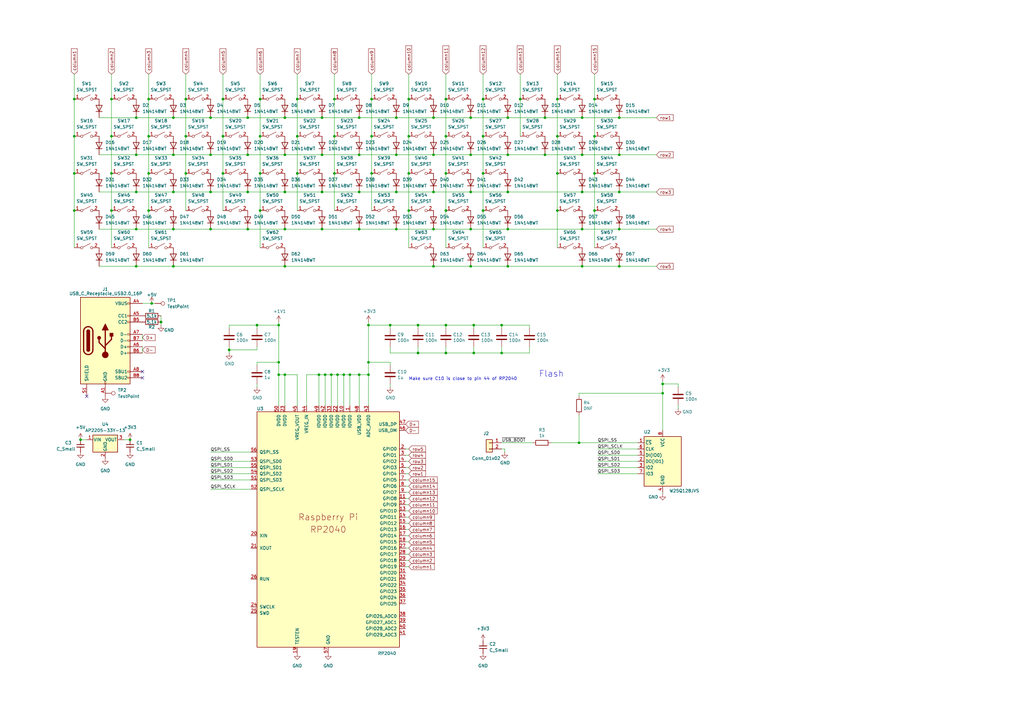
<source format=kicad_sch>
(kicad_sch (version 20250114) (generator "eeschema") (generator_version "9.0")
  (paper "A3")
  (text "Flash" (at 220.98 154.94 0) (effects (font (size 2.54 2.54)) (justify left bottom)))
  (text "Make sure C10 is close to pin 44 of RP2040" (at 167.64 156.21 0) (effects (font (size 1.27 1.27)) (justify left bottom)))
  (junction (at 271.78 161.29))
  (junction (at 55.88 63.5))
  (junction (at 33.02 180.34))
  (junction (at 76.2 40.64))
  (junction (at 243.84 86.36))
  (junction (at 30.48 40.64))
  (junction (at 228.6 71.12))
  (junction (at 238.76 78.74))
  (junction (at 133.35 153.67))
  (junction (at 86.36 93.98))
  (junction (at 193.04 78.74))
  (junction (at 55.88 109.22))
  (junction (at 238.76 93.98))
  (junction (at 254 93.98))
  (junction (at 45.72 71.12))
  (junction (at 152.4 55.88))
  (junction (at 213.36 40.64))
  (junction (at 30.48 55.88))
  (junction (at 208.28 48.26))
  (junction (at 182.88 40.64))
  (junction (at 116.84 109.22))
  (junction (at 167.64 71.12))
  (junction (at 254 63.5))
  (junction (at 45.72 40.64))
  (junction (at 254 48.26))
  (junction (at 177.8 93.98))
  (junction (at 228.6 40.64))
  (junction (at 106.68 86.36))
  (junction (at 106.68 40.64))
  (junction (at 137.16 55.88))
  (junction (at 114.3 148.59))
  (junction (at 182.88 133.35))
  (junction (at 177.8 78.74))
  (junction (at 76.2 55.88))
  (junction (at 116.84 153.67))
  (junction (at 60.96 40.64))
  (junction (at 60.96 55.88))
  (junction (at 238.76 48.26))
  (junction (at 101.6 63.5))
  (junction (at 55.88 78.74))
  (junction (at 147.32 153.67))
  (junction (at 198.12 40.64))
  (junction (at 171.45 133.35))
  (junction (at 208.28 93.98))
  (junction (at 243.84 55.88))
  (junction (at 93.98 143.51))
  (junction (at 106.68 55.88))
  (junction (at 101.6 93.98))
  (junction (at 121.92 55.88))
  (junction (at 254 78.74))
  (junction (at 121.92 40.64))
  (junction (at 101.6 78.74))
  (junction (at 76.2 71.12))
  (junction (at 71.12 78.74))
  (junction (at 193.04 63.5))
  (junction (at 60.96 71.12))
  (junction (at 182.88 86.36))
  (junction (at 116.84 63.5))
  (junction (at 237.49 181.61))
  (junction (at 132.08 63.5))
  (junction (at 116.84 93.98))
  (junction (at 177.8 109.22))
  (junction (at 238.76 109.22))
  (junction (at 132.08 93.98))
  (junction (at 60.96 86.36))
  (junction (at 71.12 48.26))
  (junction (at 71.12 93.98))
  (junction (at 162.56 93.98))
  (junction (at 194.31 144.78))
  (junction (at 198.12 86.36))
  (junction (at 228.6 55.88))
  (junction (at 177.8 48.26))
  (junction (at 223.52 48.26))
  (junction (at 106.68 71.12))
  (junction (at 205.74 144.78))
  (junction (at 223.52 63.5))
  (junction (at 45.72 86.36))
  (junction (at 147.32 63.5))
  (junction (at 91.44 71.12))
  (junction (at 151.13 148.59))
  (junction (at 147.32 48.26))
  (junction (at 71.12 63.5))
  (junction (at 160.02 133.35))
  (junction (at 162.56 63.5))
  (junction (at 55.88 48.26))
  (junction (at 86.36 48.26))
  (junction (at 193.04 93.98))
  (junction (at 86.36 78.74))
  (junction (at 167.64 86.36))
  (junction (at 66.04 132.08))
  (junction (at 143.51 153.67))
  (junction (at 86.36 63.5))
  (junction (at 228.6 86.36))
  (junction (at 243.84 40.64))
  (junction (at 198.12 55.88))
  (junction (at 91.44 55.88))
  (junction (at 53.34 180.34))
  (junction (at 132.08 48.26))
  (junction (at 177.8 63.5))
  (junction (at 30.48 71.12))
  (junction (at 62.23 124.46))
  (junction (at 182.88 144.78))
  (junction (at 182.88 55.88))
  (junction (at 105.41 133.35))
  (junction (at 55.88 93.98))
  (junction (at 137.16 71.12))
  (junction (at 130.81 153.67))
  (junction (at 140.97 153.67))
  (junction (at 114.3 133.35))
  (junction (at 116.84 48.26))
  (junction (at 135.89 153.67))
  (junction (at 45.72 55.88))
  (junction (at 254 109.22))
  (junction (at 167.64 40.64))
  (junction (at 151.13 153.67))
  (junction (at 208.28 78.74))
  (junction (at 137.16 40.64))
  (junction (at 71.12 109.22))
  (junction (at 205.74 133.35))
  (junction (at 152.4 40.64))
  (junction (at 238.76 63.5))
  (junction (at 91.44 40.64))
  (junction (at 147.32 78.74))
  (junction (at 208.28 109.22))
  (junction (at 30.48 86.36))
  (junction (at 147.32 93.98))
  (junction (at 193.04 48.26))
  (junction (at 101.6 48.26))
  (junction (at 167.64 55.88))
  (junction (at 162.56 48.26))
  (junction (at 138.43 153.67))
  (junction (at 182.88 71.12))
  (junction (at 194.31 133.35))
  (junction (at 243.84 71.12))
  (junction (at 132.08 78.74))
  (junction (at 114.3 153.67))
  (junction (at 208.28 63.5))
  (junction (at 193.04 109.22))
  (junction (at 121.92 71.12))
  (junction (at 171.45 144.78))
  (junction (at 198.12 71.12))
  (junction (at 151.13 133.35))
  (junction (at 162.56 78.74))
  (junction (at 271.78 157.48))
  (junction (at 116.84 78.74))
  (junction (at 152.4 71.12))
  (no_connect (at 58.42 154.94))
  (no_connect (at 58.42 152.4))
  (no_connect (at 35.56 162.56))
  (wire (pts (xy 228.6 55.88) (xy 228.6 71.12)))
  (wire (pts (xy 135.89 166.37) (xy 135.89 153.67)))
  (wire (pts (xy 86.36 200.66) (xy 102.87 200.66)))
  (wire (pts (xy 171.45 134.62) (xy 171.45 133.35)))
  (wire (pts (xy 86.36 48.26) (xy 101.6 48.26)))
  (wire (pts (xy 177.8 63.5) (xy 193.04 63.5)))
  (wire (pts (xy 60.96 30.48) (xy 60.96 40.64)))
  (wire (pts (xy 121.92 40.64) (xy 121.92 55.88)))
  (wire (pts (xy 261.62 194.31) (xy 245.11 194.31)))
  (wire (pts (xy 40.64 48.26) (xy 55.88 48.26)))
  (wire (pts (xy 261.62 191.77) (xy 245.11 191.77)))
  (wire (pts (xy 66.04 129.54) (xy 66.04 132.08)))
  (wire (pts (xy 167.64 191.77) (xy 166.37 191.77)))
  (wire (pts (xy 140.97 166.37) (xy 140.97 153.67)))
  (wire (pts (xy 171.45 144.78) (xy 160.02 144.78)))
  (wire (pts (xy 45.72 71.12) (xy 45.72 86.36)))
  (wire (pts (xy 198.12 55.88) (xy 198.12 71.12)))
  (wire (pts (xy 121.92 55.88) (xy 121.92 71.12)))
  (wire (pts (xy 160.02 133.35) (xy 171.45 133.35)))
  (wire (pts (xy 71.12 93.98) (xy 86.36 93.98)))
  (wire (pts (xy 106.68 86.36) (xy 106.68 101.6)))
  (wire (pts (xy 243.84 71.12) (xy 243.84 86.36)))
  (wire (pts (xy 223.52 48.26) (xy 238.76 48.26)))
  (wire (pts (xy 162.56 63.5) (xy 177.8 63.5)))
  (wire (pts (xy 194.31 134.62) (xy 194.31 133.35)))
  (wire (pts (xy 167.64 222.25) (xy 166.37 222.25)))
  (wire (pts (xy 121.92 71.12) (xy 121.92 86.36)))
  (wire (pts (xy 125.73 166.37) (xy 125.73 153.67)))
  (wire (pts (xy 71.12 63.5) (xy 86.36 63.5)))
  (wire (pts (xy 278.13 166.37) (xy 278.13 167.64)))
  (wire (pts (xy 208.28 63.5) (xy 223.52 63.5)))
  (wire (pts (xy 160.02 142.24) (xy 160.02 144.78)))
  (wire (pts (xy 193.04 78.74) (xy 208.28 78.74)))
  (wire (pts (xy 147.32 93.98) (xy 162.56 93.98)))
  (wire (pts (xy 40.64 78.74) (xy 55.88 78.74)))
  (wire (pts (xy 271.78 161.29) (xy 271.78 176.53)))
  (wire (pts (xy 182.88 40.64) (xy 182.88 55.88)))
  (wire (pts (xy 93.98 143.51) (xy 105.41 143.51)))
  (wire (pts (xy 171.45 142.24) (xy 171.45 144.78)))
  (wire (pts (xy 86.36 93.98) (xy 101.6 93.98)))
  (wire (pts (xy 160.02 149.86) (xy 160.02 148.59)))
  (wire (pts (xy 223.52 63.5) (xy 238.76 63.5)))
  (wire (pts (xy 167.64 201.93) (xy 166.37 201.93)))
  (wire (pts (xy 76.2 30.48) (xy 76.2 40.64)))
  (wire (pts (xy 208.28 93.98) (xy 238.76 93.98)))
  (wire (pts (xy 226.06 181.61) (xy 237.49 181.61)))
  (wire (pts (xy 177.8 78.74) (xy 193.04 78.74)))
  (wire (pts (xy 162.56 93.98) (xy 177.8 93.98)))
  (wire (pts (xy 167.64 189.23) (xy 166.37 189.23)))
  (wire (pts (xy 105.41 133.35) (xy 114.3 133.35)))
  (wire (pts (xy 237.49 170.18) (xy 237.49 181.61)))
  (wire (pts (xy 271.78 156.21) (xy 271.78 157.48)))
  (wire (pts (xy 271.78 202.565) (xy 271.78 201.93)))
  (wire (pts (xy 40.64 93.98) (xy 55.88 93.98)))
  (wire (pts (xy 106.68 71.12) (xy 106.68 86.36)))
  (wire (pts (xy 147.32 153.67) (xy 151.13 153.67)))
  (wire (pts (xy 269.24 63.5) (xy 254 63.5)))
  (wire (pts (xy 76.2 71.12) (xy 76.2 86.36)))
  (wire (pts (xy 151.13 148.59) (xy 151.13 153.67)))
  (wire (pts (xy 58.42 142.24) (xy 58.42 144.78)))
  (wire (pts (xy 125.73 153.67) (xy 130.81 153.67)))
  (wire (pts (xy 151.13 133.35) (xy 151.13 148.59)))
  (wire (pts (xy 137.16 30.48) (xy 137.16 40.64)))
  (wire (pts (xy 177.8 48.26) (xy 193.04 48.26)))
  (wire (pts (xy 167.64 184.15) (xy 166.37 184.15)))
  (wire (pts (xy 238.76 78.74) (xy 254 78.74)))
  (wire (pts (xy 167.64 227.33) (xy 166.37 227.33)))
  (wire (pts (xy 167.64 212.09) (xy 166.37 212.09)))
  (wire (pts (xy 167.64 196.85) (xy 166.37 196.85)))
  (wire (pts (xy 205.74 133.35) (xy 217.17 133.35)))
  (wire (pts (xy 102.87 196.85) (xy 86.36 196.85)))
  (wire (pts (xy 167.64 30.48) (xy 167.64 40.64)))
  (wire (pts (xy 60.96 86.36) (xy 60.96 101.6)))
  (wire (pts (xy 137.16 55.88) (xy 137.16 71.12)))
  (wire (pts (xy 228.6 71.12) (xy 228.6 86.36)))
  (wire (pts (xy 137.16 40.64) (xy 137.16 55.88)))
  (wire (pts (xy 152.4 55.88) (xy 152.4 71.12)))
  (wire (pts (xy 60.96 40.64) (xy 60.96 55.88)))
  (wire (pts (xy 167.64 40.64) (xy 167.64 55.88)))
  (wire (pts (xy 116.84 153.67) (xy 114.3 153.67)))
  (wire (pts (xy 55.88 93.98) (xy 71.12 93.98)))
  (wire (pts (xy 133.35 166.37) (xy 133.35 153.67)))
  (wire (pts (xy 93.98 133.35) (xy 105.41 133.35)))
  (wire (pts (xy 167.64 71.12) (xy 167.64 86.36)))
  (wire (pts (xy 228.6 86.36) (xy 228.6 101.6)))
  (wire (pts (xy 217.17 144.78) (xy 205.74 144.78)))
  (wire (pts (xy 105.41 143.51) (xy 105.41 142.24)))
  (wire (pts (xy 130.81 153.67) (xy 133.35 153.67)))
  (wire (pts (xy 238.76 48.26) (xy 254 48.26)))
  (wire (pts (xy 71.12 48.26) (xy 86.36 48.26)))
  (wire (pts (xy 194.31 144.78) (xy 182.88 144.78)))
  (wire (pts (xy 45.72 30.48) (xy 45.72 40.64)))
  (wire (pts (xy 198.12 30.48) (xy 198.12 40.64)))
  (wire (pts (xy 269.24 93.98) (xy 254 93.98)))
  (wire (pts (xy 167.64 219.71) (xy 166.37 219.71)))
  (wire (pts (xy 66.04 133.35) (xy 66.04 132.08)))
  (wire (pts (xy 91.44 71.12) (xy 91.44 86.36)))
  (wire (pts (xy 205.74 144.78) (xy 194.31 144.78)))
  (wire (pts (xy 171.45 133.35) (xy 182.88 133.35)))
  (wire (pts (xy 167.64 186.69) (xy 166.37 186.69)))
  (wire (pts (xy 167.64 209.55) (xy 166.37 209.55)))
  (wire (pts (xy 138.43 153.67) (xy 140.97 153.67)))
  (wire (pts (xy 101.6 93.98) (xy 116.84 93.98)))
  (wire (pts (xy 116.84 78.74) (xy 132.08 78.74)))
  (wire (pts (xy 135.89 153.67) (xy 138.43 153.67)))
  (wire (pts (xy 30.48 86.36) (xy 30.48 101.6)))
  (wire (pts (xy 102.87 191.77) (xy 86.36 191.77)))
  (wire (pts (xy 45.72 40.64) (xy 45.72 55.88)))
  (wire (pts (xy 76.2 55.88) (xy 76.2 71.12)))
  (wire (pts (xy 167.64 224.79) (xy 166.37 224.79)))
  (wire (pts (xy 167.64 207.01) (xy 166.37 207.01)))
  (wire (pts (xy 71.12 78.74) (xy 86.36 78.74)))
  (wire (pts (xy 40.64 109.22) (xy 55.88 109.22)))
  (wire (pts (xy 151.13 148.59) (xy 160.02 148.59)))
  (wire (pts (xy 60.96 55.88) (xy 60.96 71.12)))
  (wire (pts (xy 207.01 184.15) (xy 207.01 185.42)))
  (wire (pts (xy 167.64 229.87) (xy 166.37 229.87)))
  (wire (pts (xy 147.32 63.5) (xy 162.56 63.5)))
  (wire (pts (xy 152.4 40.64) (xy 152.4 55.88)))
  (wire (pts (xy 105.41 148.59) (xy 114.3 148.59)))
  (wire (pts (xy 33.02 180.34) (xy 35.56 180.34)))
  (wire (pts (xy 105.41 149.86) (xy 105.41 148.59)))
  (wire (pts (xy 167.64 194.31) (xy 166.37 194.31)))
  (wire (pts (xy 182.88 134.62) (xy 182.88 133.35)))
  (wire (pts (xy 60.96 71.12) (xy 60.96 86.36)))
  (wire (pts (xy 93.98 143.51) (xy 93.98 144.78)))
  (wire (pts (xy 116.84 166.37) (xy 116.84 153.67)))
  (wire (pts (xy 102.87 194.31) (xy 86.36 194.31)))
  (wire (pts (xy 40.64 63.5) (xy 55.88 63.5)))
  (wire (pts (xy 243.84 30.48) (xy 243.84 40.64)))
  (wire (pts (xy 198.12 71.12) (xy 198.12 86.36)))
  (wire (pts (xy 193.04 48.26) (xy 208.28 48.26)))
  (wire (pts (xy 218.44 181.61) (xy 205.74 181.61)))
  (wire (pts (xy 160.02 157.48) (xy 160.02 158.75)))
  (wire (pts (xy 208.28 48.26) (xy 223.52 48.26)))
  (wire (pts (xy 116.84 63.5) (xy 132.08 63.5)))
  (wire (pts (xy 143.51 153.67) (xy 147.32 153.67)))
  (wire (pts (xy 116.84 109.22) (xy 177.8 109.22)))
  (wire (pts (xy 101.6 48.26) (xy 116.84 48.26)))
  (wire (pts (xy 167.64 199.39) (xy 166.37 199.39)))
  (wire (pts (xy 193.04 93.98) (xy 208.28 93.98)))
  (wire (pts (xy 147.32 78.74) (xy 162.56 78.74)))
  (wire (pts (xy 193.04 63.5) (xy 208.28 63.5)))
  (wire (pts (xy 205.74 134.62) (xy 205.74 133.35)))
  (wire (pts (xy 278.13 158.75) (xy 278.13 157.48)))
  (wire (pts (xy 101.6 63.5) (xy 116.84 63.5)))
  (wire (pts (xy 243.84 40.64) (xy 243.84 55.88)))
  (wire (pts (xy 177.8 109.22) (xy 193.04 109.22)))
  (wire (pts (xy 55.88 109.22) (xy 71.12 109.22)))
  (wire (pts (xy 182.88 142.24) (xy 182.88 144.78)))
  (wire (pts (xy 137.16 71.12) (xy 137.16 86.36)))
  (wire (pts (xy 30.48 71.12) (xy 30.48 86.36)))
  (wire (pts (xy 121.92 166.37) (xy 121.92 153.67)))
  (wire (pts (xy 213.36 30.48) (xy 213.36 40.64)))
  (wire (pts (xy 116.84 48.26) (xy 132.08 48.26)))
  (wire (pts (xy 167.64 217.17) (xy 166.37 217.17)))
  (wire (pts (xy 114.3 148.59) (xy 114.3 153.67)))
  (wire (pts (xy 205.74 184.15) (xy 207.01 184.15)))
  (wire (pts (xy 133.35 153.67) (xy 135.89 153.67)))
  (wire (pts (xy 182.88 55.88) (xy 182.88 71.12)))
  (wire (pts (xy 208.28 78.74) (xy 238.76 78.74)))
  (wire (pts (xy 182.88 144.78) (xy 171.45 144.78)))
  (wire (pts (xy 162.56 48.26) (xy 177.8 48.26)))
  (wire (pts (xy 167.64 204.47) (xy 166.37 204.47)))
  (wire (pts (xy 147.32 48.26) (xy 162.56 48.26)))
  (wire (pts (xy 53.34 180.34) (xy 50.8 180.34)))
  (wire (pts (xy 177.8 93.98) (xy 193.04 93.98)))
  (wire (pts (xy 198.12 86.36) (xy 198.12 101.6)))
  (wire (pts (xy 205.74 142.24) (xy 205.74 144.78)))
  (wire (pts (xy 182.88 30.48) (xy 182.88 40.64)))
  (wire (pts (xy 58.42 124.46) (xy 62.23 124.46)))
  (wire (pts (xy 217.17 142.24) (xy 217.17 144.78)))
  (wire (pts (xy 45.72 86.36) (xy 45.72 101.6)))
  (wire (pts (xy 167.64 86.36) (xy 167.64 101.6)))
  (wire (pts (xy 30.48 55.88) (xy 30.48 71.12)))
  (wire (pts (xy 152.4 71.12) (xy 152.4 86.36)))
  (wire (pts (xy 93.98 142.24) (xy 93.98 143.51)))
  (wire (pts (xy 91.44 55.88) (xy 91.44 71.12)))
  (wire (pts (xy 238.76 109.22) (xy 254 109.22)))
  (wire (pts (xy 91.44 30.48) (xy 91.44 40.64)))
  (wire (pts (xy 114.3 132.08) (xy 114.3 133.35)))
  (wire (pts (xy 86.36 78.74) (xy 101.6 78.74)))
  (wire (pts (xy 261.62 189.23) (xy 245.11 189.23)))
  (wire (pts (xy 106.68 55.88) (xy 106.68 71.12)))
  (wire (pts (xy 45.72 55.88) (xy 45.72 71.12)))
  (wire (pts (xy 228.6 40.64) (xy 228.6 55.88)))
  (wire (pts (xy 237.49 181.61) (xy 261.62 181.61)))
  (wire (pts (xy 30.48 30.48) (xy 30.48 40.64)))
  (wire (pts (xy 121.92 30.48) (xy 121.92 40.64)))
  (wire (pts (xy 140.97 153.67) (xy 143.51 153.67)))
  (wire (pts (xy 193.04 109.22) (xy 208.28 109.22)))
  (wire (pts (xy 105.41 134.62) (xy 105.41 133.35)))
  (wire (pts (xy 238.76 93.98) (xy 254 93.98)))
  (wire (pts (xy 116.84 93.98) (xy 132.08 93.98)))
  (wire (pts (xy 55.88 48.26) (xy 71.12 48.26)))
  (wire (pts (xy 132.08 78.74) (xy 147.32 78.74)))
  (wire (pts (xy 55.88 63.5) (xy 71.12 63.5)))
  (wire (pts (xy 167.64 232.41) (xy 166.37 232.41)))
  (wire (pts (xy 162.56 78.74) (xy 177.8 78.74)))
  (wire (pts (xy 237.49 161.29) (xy 271.78 161.29)))
  (wire (pts (xy 238.76 63.5) (xy 254 63.5)))
  (wire (pts (xy 167.64 214.63) (xy 166.37 214.63)))
  (wire (pts (xy 237.49 162.56) (xy 237.49 161.29)))
  (wire (pts (xy 278.13 157.48) (xy 271.78 157.48)))
  (wire (pts (xy 151.13 133.35) (xy 160.02 133.35)))
  (wire (pts (xy 86.36 185.42) (xy 102.87 185.42)))
  (wire (pts (xy 182.88 133.35) (xy 194.31 133.35)))
  (wire (pts (xy 198.12 40.64) (xy 198.12 55.88)))
  (wire (pts (xy 147.32 166.37) (xy 147.32 153.67)))
  (wire (pts (xy 182.88 71.12) (xy 182.88 86.36)))
  (wire (pts (xy 101.6 78.74) (xy 116.84 78.74)))
  (wire (pts (xy 194.31 133.35) (xy 205.74 133.35)))
  (wire (pts (xy 114.3 133.35) (xy 114.3 148.59)))
  (wire (pts (xy 269.24 78.74) (xy 254 78.74)))
  (wire (pts (xy 106.68 30.48) (xy 106.68 40.64)))
  (wire (pts (xy 63.5 124.46) (xy 62.23 124.46)))
  (wire (pts (xy 228.6 30.48) (xy 228.6 40.64)))
  (wire (pts (xy 58.42 137.16) (xy 58.42 139.7)))
  (wire (pts (xy 55.88 78.74) (xy 71.12 78.74)))
  (wire (pts (xy 86.36 63.5) (xy 101.6 63.5)))
  (wire (pts (xy 132.08 48.26) (xy 147.32 48.26)))
  (wire (pts (xy 152.4 30.48) (xy 152.4 40.64)))
  (wire (pts (xy 194.31 142.24) (xy 194.31 144.78)))
  (wire (pts (xy 143.51 153.67) (xy 143.51 166.37)))
  (wire (pts (xy 151.13 153.67) (xy 151.13 166.37)))
  (wire (pts (xy 182.88 86.36) (xy 182.88 101.6)))
  (wire (pts (xy 243.84 86.36) (xy 243.84 101.6)))
  (wire (pts (xy 130.81 166.37) (xy 130.81 153.67)))
  (wire (pts (xy 71.12 109.22) (xy 116.84 109.22)))
  (wire (pts (xy 132.08 63.5) (xy 147.32 63.5)))
  (wire (pts (xy 138.43 166.37) (xy 138.43 153.67)))
  (wire (pts (xy 114.3 153.67) (xy 114.3 166.37)))
  (wire (pts (xy 105.41 157.48) (xy 105.41 158.75)))
  (wire (pts (xy 30.48 40.64) (xy 30.48 55.88)))
  (wire (pts (xy 208.28 109.22) (xy 238.76 109.22)))
  (wire (pts (xy 167.64 55.88) (xy 167.64 71.12)))
  (wire (pts (xy 254 109.22) (xy 269.24 109.22)))
  (wire (pts (xy 245.11 184.15) (xy 261.62 184.15)))
  (wire (pts (xy 261.62 186.69) (xy 245.11 186.69)))
  (wire (pts (xy 76.2 40.64) (xy 76.2 55.88)))
  (wire (pts (xy 121.92 153.67) (xy 116.84 153.67)))
  (wire (pts (xy 151.13 132.08) (xy 151.13 133.35)))
  (wire (pts (xy 217.17 134.62) (xy 217.17 133.35)))
  (wire (pts (xy 102.87 189.23) (xy 86.36 189.23)))
  (wire (pts (xy 160.02 134.62) (xy 160.02 133.35)))
  (wire (pts (xy 254 48.26) (xy 269.24 48.26)))
  (wire (pts (xy 132.08 93.98) (xy 147.32 93.98)))
  (wire (pts (xy 243.84 55.88) (xy 243.84 71.12)))
  (wire (pts (xy 93.98 134.62) (xy 93.98 133.35)))
  (wire (pts (xy 271.78 157.48) (xy 271.78 161.29)))
  (wire (pts (xy 91.44 40.64) (xy 91.44 55.88)))
  (wire (pts (xy 213.36 40.64) (xy 213.36 55.88)))
  (wire (pts (xy 106.68 40.64) (xy 106.68 55.88)))
  (label "QSPI_SD3" (at 245.11 194.31 0))
  (label "QSPI_SS" (at 86.36 185.42 0))
  (label "QSPI_SD1" (at 245.11 189.23 0))
  (label "QSPI_SS" (at 245.11 181.61 0))
  (label "QSPI_SD2" (at 245.11 191.77 0))
  (label "QSPI_SD1" (at 86.36 191.77 0))
  (label "QSPI_SCLK" (at 86.36 200.66 0))
  (label "~{USB_BOOT}" (at 205.74 181.61 0))
  (label "QSPI_SD0" (at 245.11 186.69 0))
  (label "QSPI_SD0" (at 86.36 189.23 0))
  (label "QSPI_SD3" (at 86.36 196.85 0))
  (label "QSPI_SCLK" (at 245.11 184.15 0))
  (label "QSPI_SD2" (at 86.36 194.31 0))
  (global_label "D-" (shape input) (at 166.37 176.53 0) (property "Intersheetrefs" "${INTERSHEET_REFS}" (effects (hide yes))))
  (global_label "column10" (shape input) (at 167.64 30.48 90) (property "Intersheetrefs" "${INTERSHEET_REFS}" (effects (hide yes))))
  (global_label "row1" (shape input) (at 167.64 194.31 0) (property "Intersheetrefs" "${INTERSHEET_REFS}" (effects (hide yes))))
  (global_label "column5" (shape input) (at 167.64 222.25 0) (property "Intersheetrefs" "${INTERSHEET_REFS}" (effects (hide yes))))
  (global_label "column6" (shape input) (at 167.64 219.71 0) (property "Intersheetrefs" "${INTERSHEET_REFS}" (effects (hide yes))))
  (global_label "column2" (shape input) (at 167.64 229.87 0) (property "Intersheetrefs" "${INTERSHEET_REFS}" (effects (hide yes))))
  (global_label "D-" (shape input) (at 58.42 143.51 0) (property "Intersheetrefs" "${INTERSHEET_REFS}" (effects (hide yes))))
  (global_label "D+" (shape input) (at 166.37 173.99 0) (property "Intersheetrefs" "${INTERSHEET_REFS}" (effects (hide yes))))
  (global_label "row2" (shape input) (at 269.24 63.5 0) (property "Intersheetrefs" "${INTERSHEET_REFS}" (effects (hide yes))))
  (global_label "column13" (shape input) (at 213.36 30.48 90) (property "Intersheetrefs" "${INTERSHEET_REFS}" (effects (hide yes))))
  (global_label "column3" (shape input) (at 60.96 30.48 90) (property "Intersheetrefs" "${INTERSHEET_REFS}" (effects (hide yes))))
  (global_label "column7" (shape input) (at 167.64 217.17 0) (property "Intersheetrefs" "${INTERSHEET_REFS}" (effects (hide yes))))
  (global_label "column9" (shape input) (at 167.64 212.09 0) (property "Intersheetrefs" "${INTERSHEET_REFS}" (effects (hide yes))))
  (global_label "row3" (shape input) (at 167.64 189.23 0) (property "Intersheetrefs" "${INTERSHEET_REFS}" (effects (hide yes))))
  (global_label "column8" (shape input) (at 167.64 214.63 0) (property "Intersheetrefs" "${INTERSHEET_REFS}" (effects (hide yes))))
  (global_label "column4" (shape input) (at 167.64 224.79 0) (property "Intersheetrefs" "${INTERSHEET_REFS}" (effects (hide yes))))
  (global_label "column15" (shape input) (at 243.84 30.48 90) (property "Intersheetrefs" "${INTERSHEET_REFS}" (effects (hide yes))))
  (global_label "row3" (shape input) (at 269.24 78.74 0) (property "Intersheetrefs" "${INTERSHEET_REFS}" (effects (hide yes))))
  (global_label "column9" (shape input) (at 152.4 30.48 90) (property "Intersheetrefs" "${INTERSHEET_REFS}" (effects (hide yes))))
  (global_label "column1" (shape input) (at 167.64 232.41 0) (property "Intersheetrefs" "${INTERSHEET_REFS}" (effects (hide yes))))
  (global_label "column10" (shape input) (at 167.64 209.55 0) (property "Intersheetrefs" "${INTERSHEET_REFS}" (effects (hide yes))))
  (global_label "column2" (shape input) (at 45.72 30.48 90) (property "Intersheetrefs" "${INTERSHEET_REFS}" (effects (hide yes))))
  (global_label "column1" (shape input) (at 30.48 30.48 90) (property "Intersheetrefs" "${INTERSHEET_REFS}" (effects (hide yes))))
  (global_label "column3" (shape input) (at 167.64 227.33 0) (property "Intersheetrefs" "${INTERSHEET_REFS}" (effects (hide yes))))
  (global_label "row4" (shape input) (at 167.64 186.69 0) (property "Intersheetrefs" "${INTERSHEET_REFS}" (effects (hide yes))))
  (global_label "column11" (shape input) (at 182.88 30.48 90) (property "Intersheetrefs" "${INTERSHEET_REFS}" (effects (hide yes))))
  (global_label "column12" (shape input) (at 167.64 204.47 0) (property "Intersheetrefs" "${INTERSHEET_REFS}" (effects (hide yes))))
  (global_label "column13" (shape input) (at 167.64 201.93 0) (property "Intersheetrefs" "${INTERSHEET_REFS}" (effects (hide yes))))
  (global_label "column14" (shape input) (at 167.64 199.39 0) (property "Intersheetrefs" "${INTERSHEET_REFS}" (effects (hide yes))))
  (global_label "column8" (shape input) (at 137.16 30.48 90) (property "Intersheetrefs" "${INTERSHEET_REFS}" (effects (hide yes))))
  (global_label "row1" (shape input) (at 269.24 48.26 0) (property "Intersheetrefs" "${INTERSHEET_REFS}" (effects (hide yes))))
  (global_label "column11" (shape input) (at 167.64 207.01 0) (property "Intersheetrefs" "${INTERSHEET_REFS}" (effects (hide yes))))
  (global_label "row4" (shape input) (at 269.24 93.98 0) (property "Intersheetrefs" "${INTERSHEET_REFS}" (effects (hide yes))))
  (global_label "row2" (shape input) (at 167.64 191.77 0) (property "Intersheetrefs" "${INTERSHEET_REFS}" (effects (hide yes))))
  (global_label "row5" (shape input) (at 269.24 109.22 0) (property "Intersheetrefs" "${INTERSHEET_REFS}" (effects (hide yes))))
  (global_label "D+" (shape input) (at 58.42 138.43 0) (property "Intersheetrefs" "${INTERSHEET_REFS}" (effects (hide yes))))
  (global_label "column6" (shape input) (at 106.68 30.48 90) (property "Intersheetrefs" "${INTERSHEET_REFS}" (effects (hide yes))))
  (global_label "column15" (shape input) (at 167.64 196.85 0) (property "Intersheetrefs" "${INTERSHEET_REFS}" (effects (hide yes))))
  (global_label "row5" (shape input) (at 167.64 184.15 0) (property "Intersheetrefs" "${INTERSHEET_REFS}" (effects (hide yes))))
  (global_label "column5" (shape input) (at 91.44 30.48 90) (property "Intersheetrefs" "${INTERSHEET_REFS}" (effects (hide yes))))
  (global_label "column7" (shape input) (at 121.92 30.48 90) (property "Intersheetrefs" "${INTERSHEET_REFS}" (effects (hide yes))))
  (global_label "column12" (shape input) (at 198.12 30.48 90) (property "Intersheetrefs" "${INTERSHEET_REFS}" (effects (hide yes))))
  (global_label "column14" (shape input) (at 228.6 30.48 90) (property "Intersheetrefs" "${INTERSHEET_REFS}" (effects (hide yes))))
  (global_label "column4" (shape input) (at 76.2 30.48 90) (property "Intersheetrefs" "${INTERSHEET_REFS}" (effects (hide yes))))
  (symbol (lib_id "MCU_RaspberryPi_RP2040:RP2040") (at 134.62 217.17 0) (unit 1)
    (property "Reference" "U3" (at 106.68 167.64 0))
    (property "Value" "RP2040" (at 158.75 267.97 0))
    (property "Footprint" "RP2040_minimal:RP2040-QFN-56" (effects (hide yes)))
  )
  (symbol (lib_id "Memory_Flash:W25Q128JVS") (at 271.78 189.23 0) (unit 1)
    (property "Reference" "U2" (at 265.43 177.165 0))
    (property "Value" "W25Q128JVS" (at 280.67 201.295 0))
    (property "Footprint" "Package_SO:SOIC-8_5.23x5.23mm_P1.27mm" (effects (hide yes)))
    (property "Datasheet" "http://www.winbond.com/resource-files/w25q128jv_dtr%20revc%2003272018%20plus.pdf" (effects (hide yes)))
  )
  (symbol (lib_id "Device:C") (at 278.13 162.56 0) (unit 1)
    (property "Reference" "C5" (at 281.051 161.3916 0) (effects (justify left)))
    (property "Value" "100n" (at 281.051 163.703 0) (effects (justify left)))
    (property "Footprint" "Capacitor_SMD:C_0402_1005Metric" (effects (hide yes)))
  )
  (symbol (lib_id "power:GND") (at 278.13 167.64 0) (unit 1)
    (property "Reference" "#PWR0101" (effects (hide yes)))
    (property "Value" "GND" (at 281.94 168.91 0))
  )
  (symbol (lib_id "power:+1V1") (at 114.3 132.08 0) (unit 1)
    (property "Reference" "#PWR014" (effects (hide yes)))
    (property "Value" "+1V1" (at 114.681 127.6858 0))
  )
  (symbol (lib_id "Device:C") (at 160.02 138.43 0) (unit 1)
    (property "Reference" "C9" (at 162.941 137.2616 0) (effects (justify left)))
    (property "Value" "100n" (at 162.941 139.573 0) (effects (justify left)))
    (property "Footprint" "Capacitor_SMD:C_0402_1005Metric" (effects (hide yes)))
  )
  (symbol (lib_id "Device:C") (at 171.45 138.43 0) (unit 1)
    (property "Reference" "C11" (at 174.371 137.2616 0) (effects (justify left)))
    (property "Value" "100n" (at 174.371 139.573 0) (effects (justify left)))
    (property "Footprint" "Capacitor_SMD:C_0402_1005Metric" (effects (hide yes)))
  )
  (symbol (lib_id "Device:C") (at 182.88 138.43 0) (unit 1)
    (property "Reference" "C12" (at 185.801 137.2616 0) (effects (justify left)))
    (property "Value" "100n" (at 185.801 139.573 0) (effects (justify left)))
    (property "Footprint" "Capacitor_SMD:C_0402_1005Metric" (effects (hide yes)))
  )
  (symbol (lib_id "Device:C") (at 194.31 138.43 0) (unit 1)
    (property "Reference" "C13" (at 197.231 137.2616 0) (effects (justify left)))
    (property "Value" "100n" (at 197.231 139.573 0) (effects (justify left)))
    (property "Footprint" "Capacitor_SMD:C_0402_1005Metric" (effects (hide yes)))
  )
  (symbol (lib_id "Device:C") (at 205.74 138.43 0) (unit 1)
    (property "Reference" "C14" (at 208.661 137.2616 0) (effects (justify left)))
    (property "Value" "100n" (at 208.661 139.573 0) (effects (justify left)))
    (property "Footprint" "Capacitor_SMD:C_0402_1005Metric" (effects (hide yes)))
  )
  (symbol (lib_id "Device:C") (at 217.17 138.43 0) (unit 1)
    (property "Reference" "C15" (at 220.091 137.2616 0) (effects (justify left)))
    (property "Value" "100n" (at 220.091 139.573 0) (effects (justify left)))
    (property "Footprint" "Capacitor_SMD:C_0402_1005Metric" (effects (hide yes)))
  )
  (symbol (lib_id "Device:C") (at 93.98 138.43 0) (unit 1)
    (property "Reference" "C6" (at 96.901 137.2616 0) (effects (justify left)))
    (property "Value" "100n" (at 96.901 139.573 0) (effects (justify left)))
    (property "Footprint" "Capacitor_SMD:C_0402_1005Metric" (effects (hide yes)))
  )
  (symbol (lib_id "Device:C") (at 105.41 138.43 0) (unit 1)
    (property "Reference" "C7" (at 108.331 137.2616 0) (effects (justify left)))
    (property "Value" "100n" (at 108.331 139.573 0) (effects (justify left)))
    (property "Footprint" "Capacitor_SMD:C_0402_1005Metric" (effects (hide yes)))
  )
  (symbol (lib_id "Device:C") (at 105.41 153.67 0) (unit 1)
    (property "Reference" "C8" (at 108.331 152.5016 0) (effects (justify left)))
    (property "Value" "1u" (at 108.331 154.813 0) (effects (justify left)))
    (property "Footprint" "Capacitor_SMD:C_0402_1005Metric" (effects (hide yes)))
  )
  (symbol (lib_id "Device:C") (at 160.02 153.67 0) (unit 1)
    (property "Reference" "C10" (at 162.941 152.5016 0) (effects (justify left)))
    (property "Value" "1u" (at 162.941 154.813 0) (effects (justify left)))
    (property "Footprint" "Capacitor_SMD:C_0402_1005Metric" (effects (hide yes)))
  )
  (symbol (lib_id "power:GND") (at 93.98 144.78 0) (unit 1)
    (property "Reference" "#PWR012" (effects (hide yes)))
    (property "Value" "GND" (at 94.107 149.1742 0))
  )
  (symbol (lib_id "power:GND") (at 105.41 158.75 0) (unit 1)
    (property "Reference" "#PWR013" (effects (hide yes)))
    (property "Value" "GND" (at 105.537 163.1442 0))
  )
  (symbol (lib_id "Connector_Generic:Conn_01x02") (at 200.66 181.61 0) (mirror y) (unit 1)
    (property "Reference" "J2" (at 199.39 177.8 0))
    (property "Value" "Conn_01x02" (at 199.39 187.96 0))
    (property "Footprint" "Connector_PinHeader_2.54mm:PinHeader_1x02_P2.54mm_Vertical" (effects (hide yes)))
  )
  (symbol (lib_id "Device:R") (at 237.49 166.37 0) (unit 1)
    (property "Reference" "R4" (at 239.268 165.2016 0) (effects (justify left)))
    (property "Value" "DNF" (at 239.268 167.513 0) (effects (justify left)))
    (property "Footprint" "Resistor_SMD:R_0402_1005Metric" (effects (hide yes)))
  )
  (symbol (lib_id "Switch:SW_SPST") (at 50.8 71.12 0) (unit 1)
    (property "Reference" "SW32" (at 50.8 64.77 0))
    (property "Value" "SW_SPST" (at 50.8 67.31 0))
    (property "Footprint" "extra footprints:Kailh_socket_PG1350" (effects (hide yes)))
    (property "Description" "Single Pole Single Throw (SPST) switch" (effects (hide yes)))
  )
  (symbol (lib_id "Switch:SW_SPST") (at 127 55.88 0) (unit 1)
    (property "Reference" "SW22" (at 127 49.53 0))
    (property "Value" "SW_SPST" (at 127 52.07 0))
    (property "Footprint" "extra footprints:Kailh_socket_PG1350" (effects (hide yes)))
    (property "Description" "Single Pole Single Throw (SPST) switch" (effects (hide yes)))
  )
  (symbol (lib_id "power:GND") (at 271.78 202.565 0) (unit 1)
    (property "Reference" "#PWR020" (effects (hide yes)))
    (property "Value" "GND" (at 267.97 203.835 0))
  )
  (symbol (lib_id "Switch:SW_SPST") (at 142.24 55.88 0) (unit 1)
    (property "Reference" "SW23" (at 142.24 49.53 0))
    (property "Value" "SW_SPST" (at 142.24 52.07 0))
    (property "Footprint" "extra footprints:Kailh_socket_PG1350" (effects (hide yes)))
    (property "Description" "Single Pole Single Throw (SPST) switch" (effects (hide yes)))
  )
  (symbol (lib_id "Switch:SW_SPST") (at 157.48 86.36 0) (unit 1)
    (property "Reference" "SW53" (at 157.48 80.01 0))
    (property "Value" "SW_SPST" (at 157.48 82.55 0))
    (property "Footprint" "extra footprints:Kailh_socket_PG1350" (effects (hide yes)))
    (property "Description" "Single Pole Single Throw (SPST) switch" (effects (hide yes)))
  )
  (symbol (lib_id "Diode:1N4148WT") (at 223.52 59.69 90) (unit 1)
    (property "Reference" "D28" (at 226.06 58.4199 90) (effects (justify right)))
    (property "Value" "1N4148WT" (at 226.06 60.9599 90) (effects (justify right)))
    (property "Footprint" "Diode_SMD:D_SOD-523" (effects (hide yes)))
    (property "Datasheet" "https://www.diodes.com/assets/Datasheets/ds30396.pdf" (effects (hide yes)))
    (property "Description" "75V 0.15A Fast switching Diode, SOD-523" (effects (hide yes)))
    (property "Sim.Device" "D" (effects (hide yes)))
    (property "Sim.Pins" "1=K 2=A" (effects (hide yes)))
  )
  (symbol (lib_id "Diode:1N4148WT") (at 40.64 105.41 90) (unit 1)
    (property "Reference" "D59" (at 43.18 104.1399 90) (effects (justify right)))
    (property "Value" "1N4148WT" (at 43.18 106.6799 90) (effects (justify right)))
    (property "Footprint" "Diode_SMD:D_SOD-523" (effects (hide yes)))
    (property "Datasheet" "https://www.diodes.com/assets/Datasheets/ds30396.pdf" (effects (hide yes)))
    (property "Description" "75V 0.15A Fast switching Diode, SOD-523" (effects (hide yes)))
    (property "Sim.Device" "D" (effects (hide yes)))
    (property "Sim.Pins" "1=K 2=A" (effects (hide yes)))
  )
  (symbol (lib_id "Switch:SW_SPST") (at 35.56 101.6 0) (unit 1)
    (property "Reference" "SW59" (at 35.56 95.25 0))
    (property "Value" "SW_SPST" (at 35.56 97.79 0))
    (property "Footprint" "extra footprints:Kailh_socket_PG1350" (effects (hide yes)))
    (property "Description" "Single Pole Single Throw (SPST) switch" (effects (hide yes)))
  )
  (symbol (lib_id "Switch:SW_SPST") (at 50.8 40.64 0) (unit 1)
    (property "Reference" "SW2" (at 50.8 34.29 0))
    (property "Value" "SW_SPST" (at 50.8 36.83 0))
    (property "Footprint" "extra footprints:Kailh_socket_PG1350" (effects (hide yes)))
    (property "Description" "Single Pole Single Throw (SPST) switch" (effects (hide yes)))
  )
  (symbol (lib_id "Switch:SW_SPST") (at 233.68 71.12 0) (unit 1)
    (property "Reference" "SW43" (at 233.68 64.77 0))
    (property "Value" "SW_SPST" (at 233.68 67.31 0))
    (property "Footprint" "extra footprints:Kailh_socket_PG1350" (effects (hide yes)))
    (property "Description" "Single Pole Single Throw (SPST) switch" (effects (hide yes)))
  )
  (symbol (lib_id "power:GND") (at 66.04 133.35 0) (unit 1)
    (property "Reference" "#PWR01" (effects (hide yes)))
    (property "Value" "GND" (at 69.342 135.382 0))
    (property "Description" "Power symbol creates a global label with name \"GND\" , ground" (effects (hide yes)))
  )
  (symbol (lib_id "Diode:1N4148WT") (at 116.84 90.17 90) (unit 1)
    (property "Reference" "D50" (at 119.38 88.8999 90) (effects (justify right)))
    (property "Value" "1N4148WT" (at 119.38 91.4399 90) (effects (justify right)))
    (property "Footprint" "Diode_SMD:D_SOD-523" (effects (hide yes)))
    (property "Datasheet" "https://www.diodes.com/assets/Datasheets/ds30396.pdf" (effects (hide yes)))
    (property "Description" "75V 0.15A Fast switching Diode, SOD-523" (effects (hide yes)))
    (property "Sim.Device" "D" (effects (hide yes)))
    (property "Sim.Pins" "1=K 2=A" (effects (hide yes)))
  )
  (symbol (lib_id "power:GND") (at 160.02 158.75 0) (unit 1)
    (property "Reference" "#PWR010" (effects (hide yes)))
    (property "Value" "GND" (at 160.147 163.1442 0))
  )
  (symbol (lib_id "Diode:1N4148WT") (at 193.04 105.41 90) (unit 1)
    (property "Reference" "D64" (at 195.58 104.1399 90) (effects (justify right)))
    (property "Value" "1N4148WT" (at 195.58 106.6799 90) (effects (justify right)))
    (property "Footprint" "Diode_SMD:D_SOD-523" (effects (hide yes)))
    (property "Datasheet" "https://www.diodes.com/assets/Datasheets/ds30396.pdf" (effects (hide yes)))
    (property "Description" "75V 0.15A Fast switching Diode, SOD-523" (effects (hide yes)))
    (property "Sim.Device" "D" (effects (hide yes)))
    (property "Sim.Pins" "1=K 2=A" (effects (hide yes)))
  )
  (symbol (lib_id "Diode:1N4148WT") (at 147.32 44.45 90) (unit 1)
    (property "Reference" "D8" (at 149.86 43.1799 90) (effects (justify right)))
    (property "Value" "1N4148WT" (at 149.86 45.7199 90) (effects (justify right)))
    (property "Footprint" "Diode_SMD:D_SOD-523" (effects (hide yes)))
    (property "Datasheet" "https://www.diodes.com/assets/Datasheets/ds30396.pdf" (effects (hide yes)))
    (property "Description" "75V 0.15A Fast switching Diode, SOD-523" (effects (hide yes)))
    (property "Sim.Device" "D" (effects (hide yes)))
    (property "Sim.Pins" "1=K 2=A" (effects (hide yes)))
  )
  (symbol (lib_id "Diode:1N4148WT") (at 71.12 105.41 90) (unit 1)
    (property "Reference" "D61" (at 73.66 104.1399 90) (effects (justify right)))
    (property "Value" "1N4148WT" (at 73.66 106.6799 90) (effects (justify right)))
    (property "Footprint" "Diode_SMD:D_SOD-523" (effects (hide yes)))
    (property "Datasheet" "https://www.diodes.com/assets/Datasheets/ds30396.pdf" (effects (hide yes)))
    (property "Description" "75V 0.15A Fast switching Diode, SOD-523" (effects (hide yes)))
    (property "Sim.Device" "D" (effects (hide yes)))
    (property "Sim.Pins" "1=K 2=A" (effects (hide yes)))
  )
  (symbol (lib_id "Switch:SW_SPST") (at 111.76 86.36 0) (unit 1)
    (property "Reference" "SW50" (at 111.76 80.01 0))
    (property "Value" "SW_SPST" (at 111.76 82.55 0))
    (property "Footprint" "extra footprints:Kailh_socket_PG1350" (effects (hide yes)))
    (property "Description" "Single Pole Single Throw (SPST) switch" (effects (hide yes)))
  )
  (symbol (lib_id "Switch:SW_SPST") (at 127 86.36 0) (unit 1)
    (property "Reference" "SW51" (at 127 80.01 0))
    (property "Value" "SW_SPST" (at 127 82.55 0))
    (property "Footprint" "extra footprints:Kailh_socket_PG1350" (effects (hide yes)))
    (property "Description" "Single Pole Single Throw (SPST) switch" (effects (hide yes)))
  )
  (symbol (lib_id "Diode:1N4148WT") (at 86.36 74.93 90) (unit 1)
    (property "Reference" "D34" (at 88.9 73.6599 90) (effects (justify right)))
    (property "Value" "1N4148WT" (at 88.9 76.1999 90) (effects (justify right)))
    (property "Footprint" "Diode_SMD:D_SOD-523" (effects (hide yes)))
    (property "Datasheet" "https://www.diodes.com/assets/Datasheets/ds30396.pdf" (effects (hide yes)))
    (property "Description" "75V 0.15A Fast switching Diode, SOD-523" (effects (hide yes)))
    (property "Sim.Device" "D" (effects (hide yes)))
    (property "Sim.Pins" "1=K 2=A" (effects (hide yes)))
  )
  (symbol (lib_id "power:+3V3") (at 271.78 156.21 0) (unit 1)
    (property "Reference" "#PWR019" (effects (hide yes)))
    (property "Value" "+3V3" (at 272.161 151.8158 0))
  )
  (symbol (lib_id "Switch:SW_SPST") (at 142.24 86.36 0) (unit 1)
    (property "Reference" "SW52" (at 142.24 80.01 0))
    (property "Value" "SW_SPST" (at 142.24 82.55 0))
    (property "Footprint" "extra footprints:Kailh_socket_PG1350" (effects (hide yes)))
    (property "Description" "Single Pole Single Throw (SPST) switch" (effects (hide yes)))
  )
  (symbol (lib_id "Switch:SW_SPST") (at 172.72 71.12 0) (unit 1)
    (property "Reference" "SW40" (at 172.72 64.77 0))
    (property "Value" "SW_SPST" (at 172.72 67.31 0))
    (property "Footprint" "extra footprints:Kailh_socket_PG1350" (effects (hide yes)))
    (property "Description" "Single Pole Single Throw (SPST) switch" (effects (hide yes)))
  )
  (symbol (lib_id "power:+3V3") (at 53.34 180.34 0) (unit 1)
    (property "Reference" "#PWR08" (effects (hide yes)))
    (property "Value" "+3V3" (at 53.34 175.26 0))
    (property "Description" "Power symbol creates a global label with name \"+3V3\"" (effects (hide yes)))
  )
  (symbol (lib_id "Diode:1N4148WT") (at 40.64 74.93 90) (unit 1)
    (property "Reference" "D31" (at 43.18 73.6599 90) (effects (justify right)))
    (property "Value" "1N4148WT" (at 43.18 76.1999 90) (effects (justify right)))
    (property "Footprint" "Diode_SMD:D_SOD-523" (effects (hide yes)))
    (property "Datasheet" "https://www.diodes.com/assets/Datasheets/ds30396.pdf" (effects (hide yes)))
    (property "Description" "75V 0.15A Fast switching Diode, SOD-523" (effects (hide yes)))
    (property "Sim.Device" "D" (effects (hide yes)))
    (property "Sim.Pins" "1=K 2=A" (effects (hide yes)))
  )
  (symbol (lib_id "Switch:SW_SPST") (at 96.52 86.36 0) (unit 1)
    (property "Reference" "SW49" (at 96.52 80.01 0))
    (property "Value" "SW_SPST" (at 96.52 82.55 0))
    (property "Footprint" "extra footprints:Kailh_socket_PG1350" (effects (hide yes)))
    (property "Description" "Single Pole Single Throw (SPST) switch" (effects (hide yes)))
  )
  (symbol (lib_id "Diode:1N4148WT") (at 55.88 105.41 90) (unit 1)
    (property "Reference" "D60" (at 58.42 104.1399 90) (effects (justify right)))
    (property "Value" "1N4148WT" (at 58.42 106.6799 90) (effects (justify right)))
    (property "Footprint" "Diode_SMD:D_SOD-523" (effects (hide yes)))
    (property "Datasheet" "https://www.diodes.com/assets/Datasheets/ds30396.pdf" (effects (hide yes)))
    (property "Description" "75V 0.15A Fast switching Diode, SOD-523" (effects (hide yes)))
    (property "Sim.Device" "D" (effects (hide yes)))
    (property "Sim.Pins" "1=K 2=A" (effects (hide yes)))
  )
  (symbol (lib_id "Switch:SW_SPST") (at 142.24 40.64 0) (unit 1)
    (property "Reference" "SW8" (at 142.24 34.29 0))
    (property "Value" "SW_SPST" (at 142.24 36.83 0))
    (property "Footprint" "extra footprints:Kailh_socket_PG1350" (effects (hide yes)))
    (property "Description" "Single Pole Single Throw (SPST) switch" (effects (hide yes)))
  )
  (symbol (lib_id "Switch:SW_SPST") (at 218.44 55.88 0) (unit 1)
    (property "Reference" "SW28" (at 218.44 49.53 0))
    (property "Value" "SW_SPST" (at 218.44 52.07 0))
    (property "Footprint" "extra footprints:Kailh_socket_PG1350" (effects (hide yes)))
    (property "Description" "Single Pole Single Throw (SPST) switch" (effects (hide yes)))
  )
  (symbol (lib_id "Diode:1N4148WT") (at 238.76 44.45 90) (unit 1)
    (property "Reference" "D14" (at 241.3 43.1799 90) (effects (justify right)))
    (property "Value" "1N4148WT" (at 241.3 45.7199 90) (effects (justify right)))
    (property "Footprint" "Diode_SMD:D_SOD-523" (effects (hide yes)))
    (property "Datasheet" "https://www.diodes.com/assets/Datasheets/ds30396.pdf" (effects (hide yes)))
    (property "Description" "75V 0.15A Fast switching Diode, SOD-523" (effects (hide yes)))
    (property "Sim.Device" "D" (effects (hide yes)))
    (property "Sim.Pins" "1=K 2=A" (effects (hide yes)))
  )
  (symbol (lib_id "Device:C_Small") (at 198.12 265.43 180) (unit 1)
    (property "Reference" "C2" (at 200.66 264.1535 0) (effects (justify right)))
    (property "Value" "C_Small" (at 200.66 266.6935 0) (effects (justify right)))
    (property "Description" "Unpolarized capacitor, small symbol" (effects (hide yes)))
  )
  (symbol (lib_id "Switch:SW_SPST") (at 157.48 55.88 0) (unit 1)
    (property "Reference" "SW24" (at 157.48 49.53 0))
    (property "Value" "SW_SPST" (at 157.48 52.07 0))
    (property "Footprint" "extra footprints:Kailh_socket_PG1350" (effects (hide yes)))
    (property "Description" "Single Pole Single Throw (SPST) switch" (effects (hide yes)))
  )
  (symbol (lib_id "Diode:1N4148WT") (at 55.88 59.69 90) (unit 1)
    (property "Reference" "D17" (at 58.42 58.4199 90) (effects (justify right)))
    (property "Value" "1N4148WT" (at 58.42 60.9599 90) (effects (justify right)))
    (property "Footprint" "Diode_SMD:D_SOD-523" (effects (hide yes)))
    (property "Datasheet" "https://www.diodes.com/assets/Datasheets/ds30396.pdf" (effects (hide yes)))
    (property "Description" "75V 0.15A Fast switching Diode, SOD-523" (effects (hide yes)))
    (property "Sim.Device" "D" (effects (hide yes)))
    (property "Sim.Pins" "1=K 2=A" (effects (hide yes)))
  )
  (symbol (lib_id "Switch:SW_SPST") (at 111.76 40.64 0) (unit 1)
    (property "Reference" "SW6" (at 111.76 34.29 0))
    (property "Value" "SW_SPST" (at 111.76 36.83 0))
    (property "Footprint" "extra footprints:Kailh_socket_PG1350" (effects (hide yes)))
    (property "Description" "Single Pole Single Throw (SPST) switch" (effects (hide yes)))
  )
  (symbol (lib_id "Switch:SW_SPST") (at 35.56 40.64 0) (unit 1)
    (property "Reference" "SW1" (at 35.56 34.29 0))
    (property "Value" "SW_SPST" (at 35.56 36.83 0))
    (property "Footprint" "extra footprints:Kailh_socket_PG1350" (effects (hide yes)))
    (property "Description" "Single Pole Single Throw (SPST) switch" (effects (hide yes)))
  )
  (symbol (lib_id "Switch:SW_SPST") (at 66.04 40.64 0) (unit 1)
    (property "Reference" "SW3" (at 66.04 34.29 0))
    (property "Value" "SW_SPST" (at 66.04 36.83 0))
    (property "Footprint" "extra footprints:Kailh_socket_PG1350" (effects (hide yes)))
    (property "Description" "Single Pole Single Throw (SPST) switch" (effects (hide yes)))
  )
  (symbol (lib_id "Diode:1N4148WT") (at 254 74.93 90) (unit 1)
    (property "Reference" "D44" (at 256.54 73.6599 90) (effects (justify right)))
    (property "Value" "1N4148WT" (at 256.54 76.1999 90) (effects (justify right)))
    (property "Footprint" "Diode_SMD:D_SOD-523" (effects (hide yes)))
    (property "Datasheet" "https://www.diodes.com/assets/Datasheets/ds30396.pdf" (effects (hide yes)))
    (property "Description" "75V 0.15A Fast switching Diode, SOD-523" (effects (hide yes)))
    (property "Sim.Device" "D" (effects (hide yes)))
    (property "Sim.Pins" "1=K 2=A" (effects (hide yes)))
  )
  (symbol (lib_id "Switch:SW_SPST") (at 203.2 71.12 0) (unit 1)
    (property "Reference" "SW42" (at 203.2 64.77 0))
    (property "Value" "SW_SPST" (at 203.2 67.31 0))
    (property "Footprint" "extra footprints:Kailh_socket_PG1350" (effects (hide yes)))
    (property "Description" "Single Pole Single Throw (SPST) switch" (effects (hide yes)))
  )
  (symbol (lib_id "Switch:SW_SPST") (at 248.92 40.64 0) (unit 1)
    (property "Reference" "SW15" (at 248.92 34.29 0))
    (property "Value" "SW_SPST" (at 248.92 36.83 0))
    (property "Footprint" "extra footprints:Kailh_socket_PG1350" (effects (hide yes)))
    (property "Description" "Single Pole Single Throw (SPST) switch" (effects (hide yes)))
  )
  (symbol (lib_id "Switch:SW_SPST") (at 127 40.64 0) (unit 1)
    (property "Reference" "SW7" (at 127 34.29 0))
    (property "Value" "SW_SPST" (at 127 36.83 0))
    (property "Footprint" "extra footprints:Kailh_socket_PG1350" (effects (hide yes)))
    (property "Description" "Single Pole Single Throw (SPST) switch" (effects (hide yes)))
  )
  (symbol (lib_id "Diode:1N4148WT") (at 162.56 44.45 90) (unit 1)
    (property "Reference" "D9" (at 165.1 43.1799 90) (effects (justify right)))
    (property "Value" "1N4148WT" (at 165.1 45.7199 90) (effects (justify right)))
    (property "Footprint" "Diode_SMD:D_SOD-523" (effects (hide yes)))
    (property "Datasheet" "https://www.diodes.com/assets/Datasheets/ds30396.pdf" (effects (hide yes)))
    (property "Description" "75V 0.15A Fast switching Diode, SOD-523" (effects (hide yes)))
    (property "Sim.Device" "D" (effects (hide yes)))
    (property "Sim.Pins" "1=K 2=A" (effects (hide yes)))
  )
  (symbol (lib_id "Switch:SW_SPST") (at 127 71.12 0) (unit 1)
    (property "Reference" "SW37" (at 127 64.77 0))
    (property "Value" "SW_SPST" (at 127 67.31 0))
    (property "Footprint" "extra footprints:Kailh_socket_PG1350" (effects (hide yes)))
    (property "Description" "Single Pole Single Throw (SPST) switch" (effects (hide yes)))
  )
  (symbol (lib_id "Switch:SW_SPST") (at 111.76 71.12 0) (unit 1)
    (property "Reference" "SW36" (at 111.76 64.77 0))
    (property "Value" "SW_SPST" (at 111.76 67.31 0))
    (property "Footprint" "extra footprints:Kailh_socket_PG1350" (effects (hide yes)))
    (property "Description" "Single Pole Single Throw (SPST) switch" (effects (hide yes)))
  )
  (symbol (lib_id "power:GND") (at 53.34 185.42 0) (unit 1)
    (property "Reference" "#PWR018" (effects (hide yes)))
    (property "Value" "GND" (at 53.34 190.5 0))
    (property "Description" "Power symbol creates a global label with name \"GND\" , ground" (effects (hide yes)))
  )
  (symbol (lib_id "Diode:1N4148WT") (at 254 105.41 90) (unit 1)
    (property "Reference" "D67" (at 256.54 104.1399 90) (effects (justify right)))
    (property "Value" "1N4148WT" (at 256.54 106.6799 90) (effects (justify right)))
    (property "Footprint" "Diode_SMD:D_SOD-523" (effects (hide yes)))
    (property "Datasheet" "https://www.diodes.com/assets/Datasheets/ds30396.pdf" (effects (hide yes)))
    (property "Description" "75V 0.15A Fast switching Diode, SOD-523" (effects (hide yes)))
    (property "Sim.Device" "D" (effects (hide yes)))
    (property "Sim.Pins" "1=K 2=A" (effects (hide yes)))
  )
  (symbol (lib_id "Diode:1N4148WT") (at 177.8 105.41 90) (unit 1)
    (property "Reference" "D63" (at 180.34 104.1399 90) (effects (justify right)))
    (property "Value" "1N4148WT" (at 180.34 106.6799 90) (effects (justify right)))
    (property "Footprint" "Diode_SMD:D_SOD-523" (effects (hide yes)))
    (property "Datasheet" "https://www.diodes.com/assets/Datasheets/ds30396.pdf" (effects (hide yes)))
    (property "Description" "75V 0.15A Fast switching Diode, SOD-523" (effects (hide yes)))
    (property "Sim.Device" "D" (effects (hide yes)))
    (property "Sim.Pins" "1=K 2=A" (effects (hide yes)))
  )
  (symbol (lib_id "Diode:1N4148WT") (at 116.84 105.41 90) (unit 1)
    (property "Reference" "D62" (at 119.38 104.1399 90) (effects (justify right)))
    (property "Value" "1N4148WT" (at 119.38 106.6799 90) (effects (justify right)))
    (property "Footprint" "Diode_SMD:D_SOD-523" (effects (hide yes)))
    (property "Datasheet" "https://www.diodes.com/assets/Datasheets/ds30396.pdf" (effects (hide yes)))
    (property "Description" "75V 0.15A Fast switching Diode, SOD-523" (effects (hide yes)))
    (property "Sim.Device" "D" (effects (hide yes)))
    (property "Sim.Pins" "1=K 2=A" (effects (hide yes)))
  )
  (symbol (lib_id "Switch:SW_SPST") (at 203.2 40.64 0) (unit 1)
    (property "Reference" "SW12" (at 203.2 34.29 0))
    (property "Value" "SW_SPST" (at 203.2 36.83 0))
    (property "Footprint" "extra footprints:Kailh_socket_PG1350" (effects (hide yes)))
    (property "Description" "Single Pole Single Throw (SPST) switch" (effects (hide yes)))
  )
  (symbol (lib_id "Diode:1N4148WT") (at 223.52 44.45 90) (unit 1)
    (property "Reference" "D13" (at 226.06 43.1799 90) (effects (justify right)))
    (property "Value" "1N4148WT" (at 226.06 45.7199 90) (effects (justify right)))
    (property "Footprint" "Diode_SMD:D_SOD-523" (effects (hide yes)))
    (property "Datasheet" "https://www.diodes.com/assets/Datasheets/ds30396.pdf" (effects (hide yes)))
    (property "Description" "75V 0.15A Fast switching Diode, SOD-523" (effects (hide yes)))
    (property "Sim.Device" "D" (effects (hide yes)))
    (property "Sim.Pins" "1=K 2=A" (effects (hide yes)))
  )
  (symbol (lib_id "Diode:1N4148WT") (at 86.36 90.17 90) (unit 1)
    (property "Reference" "D48" (at 88.9 88.8999 90) (effects (justify right)))
    (property "Value" "1N4148WT" (at 88.9 91.4399 90) (effects (justify right)))
    (property "Footprint" "Diode_SMD:D_SOD-523" (effects (hide yes)))
    (property "Datasheet" "https://www.diodes.com/assets/Datasheets/ds30396.pdf" (effects (hide yes)))
    (property "Description" "75V 0.15A Fast switching Diode, SOD-523" (effects (hide yes)))
    (property "Sim.Device" "D" (effects (hide yes)))
    (property "Sim.Pins" "1=K 2=A" (effects (hide yes)))
  )
  (symbol (lib_id "power:GND") (at 33.02 185.42 0) (unit 1)
    (property "Reference" "#PWR017" (effects (hide yes)))
    (property "Value" "GND" (at 33.02 190.5 0))
    (property "Description" "Power symbol creates a global label with name \"GND\" , ground" (effects (hide yes)))
  )
  (symbol (lib_id "Diode:1N4148WT") (at 116.84 59.69 90) (unit 1)
    (property "Reference" "D21" (at 119.38 58.4199 90) (effects (justify right)))
    (property "Value" "1N4148WT" (at 119.38 60.9599 90) (effects (justify right)))
    (property "Footprint" "Diode_SMD:D_SOD-523" (effects (hide yes)))
    (property "Datasheet" "https://www.diodes.com/assets/Datasheets/ds30396.pdf" (effects (hide yes)))
    (property "Description" "75V 0.15A Fast switching Diode, SOD-523" (effects (hide yes)))
    (property "Sim.Device" "D" (effects (hide yes)))
    (property "Sim.Pins" "1=K 2=A" (effects (hide yes)))
  )
  (symbol (lib_id "Diode:1N4148WT") (at 177.8 59.69 90) (unit 1)
    (property "Reference" "D25" (at 180.34 58.4199 90) (effects (justify right)))
    (property "Value" "1N4148WT" (at 180.34 60.9599 90) (effects (justify right)))
    (property "Footprint" "Diode_SMD:D_SOD-523" (effects (hide yes)))
    (property "Datasheet" "https://www.diodes.com/assets/Datasheets/ds30396.pdf" (effects (hide yes)))
    (property "Description" "75V 0.15A Fast switching Diode, SOD-523" (effects (hide yes)))
    (property "Sim.Device" "D" (effects (hide yes)))
    (property "Sim.Pins" "1=K 2=A" (effects (hide yes)))
  )
  (symbol (lib_id "Switch:SW_SPST") (at 96.52 55.88 0) (unit 1)
    (property "Reference" "SW20" (at 96.52 49.53 0))
    (property "Value" "SW_SPST" (at 96.52 52.07 0))
    (property "Footprint" "extra footprints:Kailh_socket_PG1350" (effects (hide yes)))
    (property "Description" "Single Pole Single Throw (SPST) switch" (effects (hide yes)))
  )
  (symbol (lib_id "Device:C_Small") (at 33.02 182.88 0) (unit 1)
    (property "Reference" "C3" (at 26.67 181.61 0) (effects (justify left)))
    (property "Value" "C_Small" (at 23.114 184.15 0) (effects (justify left)))
    (property "Description" "Unpolarized capacitor, small symbol" (effects (hide yes)))
  )
  (symbol (lib_id "Switch:SW_SPST") (at 248.92 86.36 0) (unit 1)
    (property "Reference" "SW58" (at 248.92 80.01 0))
    (property "Value" "SW_SPST" (at 248.92 82.55 0))
    (property "Footprint" "extra footprints:Kailh_socket_PG1350" (effects (hide yes)))
    (property "Description" "Single Pole Single Throw (SPST) switch" (effects (hide yes)))
  )
  (symbol (lib_id "Switch:SW_SPST") (at 187.96 101.6 0) (unit 1)
    (property "Reference" "SW64" (at 187.96 95.25 0))
    (property "Value" "SW_SPST" (at 187.96 97.79 0))
    (property "Footprint" "extra footprints:Kailh_socket_PG1350" (effects (hide yes)))
    (property "Description" "Single Pole Single Throw (SPST) switch" (effects (hide yes)))
  )
  (symbol (lib_id "Diode:1N4148WT") (at 71.12 59.69 90) (unit 1)
    (property "Reference" "D18" (at 73.66 58.4199 90) (effects (justify right)))
    (property "Value" "1N4148WT" (at 73.66 60.9599 90) (effects (justify right)))
    (property "Footprint" "Diode_SMD:D_SOD-523" (effects (hide yes)))
    (property "Datasheet" "https://www.diodes.com/assets/Datasheets/ds30396.pdf" (effects (hide yes)))
    (property "Description" "75V 0.15A Fast switching Diode, SOD-523" (effects (hide yes)))
    (property "Sim.Device" "D" (effects (hide yes)))
    (property "Sim.Pins" "1=K 2=A" (effects (hide yes)))
  )
  (symbol (lib_id "Diode:1N4148WT") (at 177.8 74.93 90) (unit 1)
    (property "Reference" "D40" (at 180.34 73.6599 90) (effects (justify right)))
    (property "Value" "1N4148WT" (at 180.34 76.1999 90) (effects (justify right)))
    (property "Footprint" "Diode_SMD:D_SOD-523" (effects (hide yes)))
    (property "Datasheet" "https://www.diodes.com/assets/Datasheets/ds30396.pdf" (effects (hide yes)))
    (property "Description" "75V 0.15A Fast switching Diode, SOD-523" (effects (hide yes)))
    (property "Sim.Device" "D" (effects (hide yes)))
    (property "Sim.Pins" "1=K 2=A" (effects (hide yes)))
  )
  (symbol (lib_id "Switch:SW_SPST") (at 172.72 55.88 0) (unit 1)
    (property "Reference" "SW25" (at 172.72 49.53 0))
    (property "Value" "SW_SPST" (at 172.72 52.07 0))
    (property "Footprint" "extra footprints:Kailh_socket_PG1350" (effects (hide yes)))
    (property "Description" "Single Pole Single Throw (SPST) switch" (effects (hide yes)))
  )
  (symbol (lib_id "Diode:1N4148WT") (at 193.04 74.93 90) (unit 1)
    (property "Reference" "D41" (at 195.58 73.6599 90) (effects (justify right)))
    (property "Value" "1N4148WT" (at 195.58 76.1999 90) (effects (justify right)))
    (property "Footprint" "Diode_SMD:D_SOD-523" (effects (hide yes)))
    (property "Datasheet" "https://www.diodes.com/assets/Datasheets/ds30396.pdf" (effects (hide yes)))
    (property "Description" "75V 0.15A Fast switching Diode, SOD-523" (effects (hide yes)))
    (property "Sim.Device" "D" (effects (hide yes)))
    (property "Sim.Pins" "1=K 2=A" (effects (hide yes)))
  )
  (symbol (lib_id "Diode:1N4148WT") (at 71.12 74.93 90) (unit 1)
    (property "Reference" "D33" (at 73.66 73.6599 90) (effects (justify right)))
    (property "Value" "1N4148WT" (at 73.66 76.1999 90) (effects (justify right)))
    (property "Footprint" "Diode_SMD:D_SOD-523" (effects (hide yes)))
    (property "Datasheet" "https://www.diodes.com/assets/Datasheets/ds30396.pdf" (effects (hide yes)))
    (property "Description" "75V 0.15A Fast switching Diode, SOD-523" (effects (hide yes)))
    (property "Sim.Device" "D" (effects (hide yes)))
    (property "Sim.Pins" "1=K 2=A" (effects (hide yes)))
  )
  (symbol (lib_id "Device:R") (at 222.25 181.61 270) (unit 1)
    (property "Reference" "R3" (at 222.25 176.3522 90))
    (property "Value" "1k" (at 222.25 178.6636 90))
    (property "Footprint" "Resistor_SMD:R_0402_1005Metric" (effects (hide yes)))
  )
  (symbol (lib_id "Switch:SW_SPST") (at 81.28 40.64 0) (unit 1)
    (property "Reference" "SW4" (at 81.28 34.29 0))
    (property "Value" "SW_SPST" (at 81.28 36.83 0))
    (property "Footprint" "extra footprints:Kailh_socket_PG1350" (effects (hide yes)))
    (property "Description" "Single Pole Single Throw (SPST) switch" (effects (hide yes)))
  )
  (symbol (lib_id "Switch:SW_SPST") (at 187.96 71.12 0) (unit 1)
    (property "Reference" "SW41" (at 187.96 64.77 0))
    (property "Value" "SW_SPST" (at 187.96 67.31 0))
    (property "Footprint" "extra footprints:Kailh_socket_PG1350" (effects (hide yes)))
    (property "Description" "Single Pole Single Throw (SPST) switch" (effects (hide yes)))
  )
  (symbol (lib_id "Diode:1N4148WT") (at 208.28 105.41 90) (unit 1)
    (property "Reference" "D65" (at 210.82 104.1399 90) (effects (justify right)))
    (property "Value" "1N4148WT" (at 210.82 106.6799 90) (effects (justify right)))
    (property "Footprint" "Diode_SMD:D_SOD-523" (effects (hide yes)))
    (property "Datasheet" "https://www.diodes.com/assets/Datasheets/ds30396.pdf" (effects (hide yes)))
    (property "Description" "75V 0.15A Fast switching Diode, SOD-523" (effects (hide yes)))
    (property "Sim.Device" "D" (effects (hide yes)))
    (property "Sim.Pins" "1=K 2=A" (effects (hide yes)))
  )
  (symbol (lib_id "Diode:1N4148WT") (at 238.76 105.41 90) (unit 1)
    (property "Reference" "D66" (at 241.3 104.1399 90) (effects (justify right)))
    (property "Value" "1N4148WT" (at 241.3 106.6799 90) (effects (justify right)))
    (property "Footprint" "Diode_SMD:D_SOD-523" (effects (hide yes)))
    (property "Datasheet" "https://www.diodes.com/assets/Datasheets/ds30396.pdf" (effects (hide yes)))
    (property "Description" "75V 0.15A Fast switching Diode, SOD-523" (effects (hide yes)))
    (property "Sim.Device" "D" (effects (hide yes)))
    (property "Sim.Pins" "1=K 2=A" (effects (hide yes)))
  )
  (symbol (lib_id "Switch:SW_SPST") (at 203.2 55.88 0) (unit 1)
    (property "Reference" "SW27" (at 203.2 49.53 0))
    (property "Value" "SW_SPST" (at 203.2 52.07 0))
    (property "Footprint" "extra footprints:Kailh_socket_PG1350" (effects (hide yes)))
    (property "Description" "Single Pole Single Throw (SPST) switch" (effects (hide yes)))
  )
  (symbol (lib_id "power:+5V") (at 62.23 124.46 0) (unit 1)
    (property "Reference" "#PWR04" (effects (hide yes)))
    (property "Value" "+5V" (at 62.23 120.904 0))
    (property "Description" "Power symbol creates a global label with name \"+5V\"" (effects (hide yes)))
  )
  (symbol (lib_id "power:GND") (at 43.18 162.56 0) (unit 1)
    (property "Reference" "#PWR03" (effects (hide yes)))
    (property "Value" "GND" (at 43.18 167.64 0))
    (property "Description" "Power symbol creates a global label with name \"GND\" , ground" (effects (hide yes)))
  )
  (symbol (lib_id "Connector:USB_C_Receptacle_USB2.0_16P") (at 43.18 139.7 0) (unit 1)
    (property "Reference" "J1" (at 43.18 118.618 0))
    (property "Value" "USB_C_Receptacle_USB2.0_16P" (at 43.434 120.396 0))
    (property "Footprint" "Connector_USB:USB_C_Receptacle_GCT_USB4105-xx-A_16P_TopMnt_Horizontal" (effects (hide yes)))
    (property "Datasheet" "https://www.usb.org/sites/default/files/documents/usb_type-c.zip" (effects (hide yes)))
    (property "Description" "USB 2.0-only 16P Type-C Receptacle connector" (effects (hide yes)))
  )
  (symbol (lib_id "Switch:SW_SPST") (at 81.28 71.12 0) (unit 1)
    (property "Reference" "SW34" (at 81.28 64.77 0))
    (property "Value" "SW_SPST" (at 81.28 67.31 0))
    (property "Footprint" "extra footprints:Kailh_socket_PG1350" (effects (hide yes)))
    (property "Description" "Single Pole Single Throw (SPST) switch" (effects (hide yes)))
  )
  (symbol (lib_id "Switch:SW_SPST") (at 157.48 71.12 0) (unit 1)
    (property "Reference" "SW39" (at 157.48 64.77 0))
    (property "Value" "SW_SPST" (at 157.48 67.31 0))
    (property "Footprint" "extra footprints:Kailh_socket_PG1350" (effects (hide yes)))
    (property "Description" "Single Pole Single Throw (SPST) switch" (effects (hide yes)))
  )
  (symbol (lib_id "Diode:1N4148WT") (at 116.84 74.93 90) (unit 1)
    (property "Reference" "D36" (at 119.38 73.6599 90) (effects (justify right)))
    (property "Value" "1N4148WT" (at 119.38 76.1999 90) (effects (justify right)))
    (property "Footprint" "Diode_SMD:D_SOD-523" (effects (hide yes)))
    (property "Datasheet" "https://www.diodes.com/assets/Datasheets/ds30396.pdf" (effects (hide yes)))
    (property "Description" "75V 0.15A Fast switching Diode, SOD-523" (effects (hide yes)))
    (property "Sim.Device" "D" (effects (hide yes)))
    (property "Sim.Pins" "1=K 2=A" (effects (hide yes)))
  )
  (symbol (lib_id "Diode:1N4148WT") (at 147.32 90.17 90) (unit 1)
    (property "Reference" "D52" (at 149.86 88.8999 90) (effects (justify right)))
    (property "Value" "1N4148WT" (at 149.86 91.4399 90) (effects (justify right)))
    (property "Footprint" "Diode_SMD:D_SOD-523" (effects (hide yes)))
    (property "Datasheet" "https://www.diodes.com/assets/Datasheets/ds30396.pdf" (effects (hide yes)))
    (property "Description" "75V 0.15A Fast switching Diode, SOD-523" (effects (hide yes)))
    (property "Sim.Device" "D" (effects (hide yes)))
    (property "Sim.Pins" "1=K 2=A" (effects (hide yes)))
  )
  (symbol (lib_id "Diode:1N4148WT") (at 132.08 74.93 90) (unit 1)
    (property "Reference" "D37" (at 134.62 73.6599 90) (effects (justify right)))
    (property "Value" "1N4148WT" (at 134.62 76.1999 90) (effects (justify right)))
    (property "Footprint" "Diode_SMD:D_SOD-523" (effects (hide yes)))
    (property "Datasheet" "https://www.diodes.com/assets/Datasheets/ds30396.pdf" (effects (hide yes)))
    (property "Description" "75V 0.15A Fast switching Diode, SOD-523" (effects (hide yes)))
    (property "Sim.Device" "D" (effects (hide yes)))
    (property "Sim.Pins" "1=K 2=A" (effects (hide yes)))
  )
  (symbol (lib_id "Diode:1N4148WT") (at 238.76 90.17 90) (unit 1)
    (property "Reference" "D57" (at 241.3 88.8999 90) (effects (justify right)))
    (property "Value" "1N4148WT" (at 241.3 91.4399 90) (effects (justify right)))
    (property "Footprint" "Diode_SMD:D_SOD-523" (effects (hide yes)))
    (property "Datasheet" "https://www.diodes.com/assets/Datasheets/ds30396.pdf" (effects (hide yes)))
    (property "Description" "75V 0.15A Fast switching Diode, SOD-523" (effects (hide yes)))
    (property "Sim.Device" "D" (effects (hide yes)))
    (property "Sim.Pins" "1=K 2=A" (effects (hide yes)))
  )
  (symbol (lib_id "Diode:1N4148WT") (at 193.04 59.69 90) (unit 1)
    (property "Reference" "D26" (at 195.58 58.4199 90) (effects (justify right)))
    (property "Value" "1N4148WT" (at 195.58 60.9599 90) (effects (justify right)))
    (property "Footprint" "Diode_SMD:D_SOD-523" (effects (hide yes)))
    (property "Datasheet" "https://www.diodes.com/assets/Datasheets/ds30396.pdf" (effects (hide yes)))
    (property "Description" "75V 0.15A Fast switching Diode, SOD-523" (effects (hide yes)))
    (property "Sim.Device" "D" (effects (hide yes)))
    (property "Sim.Pins" "1=K 2=A" (effects (hide yes)))
  )
  (symbol (lib_id "Switch:SW_SPST") (at 111.76 55.88 0) (unit 1)
    (property "Reference" "SW21" (at 111.76 49.53 0))
    (property "Value" "SW_SPST" (at 111.76 52.07 0))
    (property "Footprint" "extra footprints:Kailh_socket_PG1350" (effects (hide yes)))
    (property "Description" "Single Pole Single Throw (SPST) switch" (effects (hide yes)))
  )
  (symbol (lib_id "Connector:TestPoint") (at 43.18 161.29 270) (unit 1)
    (property "Reference" "TP2" (at 48.26 160.0199 90) (effects (justify left)))
    (property "Value" "TestPoint" (at 48.26 162.5599 90) (effects (justify left)))
    (property "Description" "test point" (effects (hide yes)))
  )
  (symbol (lib_id "Diode:1N4148WT") (at 177.8 90.17 90) (unit 1)
    (property "Reference" "D54" (at 180.34 88.8999 90) (effects (justify right)))
    (property "Value" "1N4148WT" (at 180.34 91.4399 90) (effects (justify right)))
    (property "Footprint" "Diode_SMD:D_SOD-523" (effects (hide yes)))
    (property "Datasheet" "https://www.diodes.com/assets/Datasheets/ds30396.pdf" (effects (hide yes)))
    (property "Description" "75V 0.15A Fast switching Diode, SOD-523" (effects (hide yes)))
    (property "Sim.Device" "D" (effects (hide yes)))
    (property "Sim.Pins" "1=K 2=A" (effects (hide yes)))
  )
  (symbol (lib_id "Device:C_Small") (at 53.34 182.88 0) (unit 1)
    (property "Reference" "C1" (at 55.88 181.6162 0) (effects (justify left)))
    (property "Value" "C_Small" (at 55.88 184.1562 0) (effects (justify left)))
    (property "Description" "Unpolarized capacitor, small symbol" (effects (hide yes)))
  )
  (symbol (lib_id "Device:R") (at 62.23 132.08 90) (unit 1)
    (property "Reference" "R2" (at 62.23 134.112 90))
    (property "Value" "5.1k" (at 62.23 132.08 90))
    (property "Description" "Resistor" (effects (hide yes)))
  )
  (symbol (lib_id "Diode:1N4148WT") (at 254 59.69 90) (unit 1)
    (property "Reference" "D30" (at 256.54 58.4199 90) (effects (justify right)))
    (property "Value" "1N4148WT" (at 256.54 60.9599 90) (effects (justify right)))
    (property "Footprint" "Diode_SMD:D_SOD-523" (effects (hide yes)))
    (property "Datasheet" "https://www.diodes.com/assets/Datasheets/ds30396.pdf" (effects (hide yes)))
    (property "Description" "75V 0.15A Fast switching Diode, SOD-523" (effects (hide yes)))
    (property "Sim.Device" "D" (effects (hide yes)))
    (property "Sim.Pins" "1=K 2=A" (effects (hide yes)))
  )
  (symbol (lib_id "Switch:SW_SPST") (at 66.04 86.36 0) (unit 1)
    (property "Reference" "SW47" (at 66.04 80.01 0))
    (property "Value" "SW_SPST" (at 66.04 82.55 0))
    (property "Footprint" "extra footprints:Kailh_socket_PG1350" (effects (hide yes)))
    (property "Description" "Single Pole Single Throw (SPST) switch" (effects (hide yes)))
  )
  (symbol (lib_id "Diode:1N4148WT") (at 238.76 74.93 90) (unit 1)
    (property "Reference" "D43" (at 241.3 73.6599 90) (effects (justify right)))
    (property "Value" "1N4148WT" (at 241.3 76.1999 90) (effects (justify right)))
    (property "Footprint" "Diode_SMD:D_SOD-523" (effects (hide yes)))
    (property "Datasheet" "https://www.diodes.com/assets/Datasheets/ds30396.pdf" (effects (hide yes)))
    (property "Description" "75V 0.15A Fast switching Diode, SOD-523" (effects (hide yes)))
    (property "Sim.Device" "D" (effects (hide yes)))
    (property "Sim.Pins" "1=K 2=A" (effects (hide yes)))
  )
  (symbol (lib_id "Switch:SW_SPST") (at 233.68 101.6 0) (unit 1)
    (property "Reference" "SW66" (at 233.68 95.25 0))
    (property "Value" "SW_SPST" (at 233.68 97.79 0))
    (property "Footprint" "extra footprints:Kailh_socket_PG1350" (effects (hide yes)))
    (property "Description" "Single Pole Single Throw (SPST) switch" (effects (hide yes)))
  )
  (symbol (lib_id "Switch:SW_SPST") (at 248.92 101.6 0) (unit 1)
    (property "Reference" "SW67" (at 248.92 95.25 0))
    (property "Value" "SW_SPST" (at 248.92 97.79 0))
    (property "Footprint" "extra footprints:Kailh_socket_PG1350" (effects (hide yes)))
    (property "Description" "Single Pole Single Throw (SPST) switch" (effects (hide yes)))
  )
  (symbol (lib_id "Diode:1N4148WT") (at 101.6 74.93 90) (unit 1)
    (property "Reference" "D35" (at 104.14 73.6599 90) (effects (justify right)))
    (property "Value" "1N4148WT" (at 104.14 76.1999 90) (effects (justify right)))
    (property "Footprint" "Diode_SMD:D_SOD-523" (effects (hide yes)))
    (property "Datasheet" "https://www.diodes.com/assets/Datasheets/ds30396.pdf" (effects (hide yes)))
    (property "Description" "75V 0.15A Fast switching Diode, SOD-523" (effects (hide yes)))
    (property "Sim.Device" "D" (effects (hide yes)))
    (property "Sim.Pins" "1=K 2=A" (effects (hide yes)))
  )
  (symbol (lib_id "Diode:1N4148WT") (at 55.88 90.17 90) (unit 1)
    (property "Reference" "D46" (at 58.42 88.8999 90) (effects (justify right)))
    (property "Value" "1N4148WT" (at 58.42 91.4399 90) (effects (justify right)))
    (property "Footprint" "Diode_SMD:D_SOD-523" (effects (hide yes)))
    (property "Datasheet" "https://www.diodes.com/assets/Datasheets/ds30396.pdf" (effects (hide yes)))
    (property "Description" "75V 0.15A Fast switching Diode, SOD-523" (effects (hide yes)))
    (property "Sim.Device" "D" (effects (hide yes)))
    (property "Sim.Pins" "1=K 2=A" (effects (hide yes)))
  )
  (symbol (lib_id "Switch:SW_SPST") (at 187.96 40.64 0) (unit 1)
    (property "Reference" "SW11" (at 187.96 34.29 0))
    (property "Value" "SW_SPST" (at 187.96 36.83 0))
    (property "Footprint" "extra footprints:Kailh_socket_PG1350" (effects (hide yes)))
    (property "Description" "Single Pole Single Throw (SPST) switch" (effects (hide yes)))
  )
  (symbol (lib_id "Diode:1N4148WT") (at 162.56 59.69 90) (unit 1)
    (property "Reference" "D24" (at 165.1 58.4199 90) (effects (justify right)))
    (property "Value" "1N4148WT" (at 165.1 60.9599 90) (effects (justify right)))
    (property "Footprint" "Diode_SMD:D_SOD-523" (effects (hide yes)))
    (property "Datasheet" "https://www.diodes.com/assets/Datasheets/ds30396.pdf" (effects (hide yes)))
    (property "Description" "75V 0.15A Fast switching Diode, SOD-523" (effects (hide yes)))
    (property "Sim.Device" "D" (effects (hide yes)))
    (property "Sim.Pins" "1=K 2=A" (effects (hide yes)))
  )
  (symbol (lib_id "Switch:SW_SPST") (at 172.72 101.6 0) (unit 1)
    (property "Reference" "SW63" (at 172.72 95.25 0))
    (property "Value" "SW_SPST" (at 172.72 97.79 0))
    (property "Footprint" "extra footprints:Kailh_socket_PG1350" (effects (hide yes)))
    (property "Description" "Single Pole Single Throw (SPST) switch" (effects (hide yes)))
  )
  (symbol (lib_id "Switch:SW_SPST") (at 66.04 101.6 0) (unit 1)
    (property "Reference" "SW61" (at 66.04 95.25 0))
    (property "Value" "SW_SPST" (at 66.04 97.79 0))
    (property "Footprint" "extra footprints:Kailh_socket_PG1350" (effects (hide yes)))
    (property "Description" "Single Pole Single Throw (SPST) switch" (effects (hide yes)))
  )
  (symbol (lib_id "Device:R") (at 62.23 129.54 90) (unit 1)
    (property "Reference" "R1" (at 62.23 127.508 90))
    (property "Value" "5.1k" (at 62.23 129.54 90))
    (property "Description" "Resistor" (effects (hide yes)))
  )
  (symbol (lib_id "power:+3V3") (at 198.12 262.89 0) (unit 1)
    (property "Reference" "#PWR016" (effects (hide yes)))
    (property "Value" "+3V3" (at 198.12 257.81 0))
    (property "Description" "Power symbol creates a global label with name \"+3V3\"" (effects (hide yes)))
  )
  (symbol (lib_id "Diode:1N4148WT") (at 40.64 59.69 90) (unit 1)
    (property "Reference" "D16" (at 43.18 58.4199 90) (effects (justify right)))
    (property "Value" "1N4148WT" (at 43.18 60.9599 90) (effects (justify right)))
    (property "Footprint" "Diode_SMD:D_SOD-523" (effects (hide yes)))
    (property "Datasheet" "https://www.diodes.com/assets/Datasheets/ds30396.pdf" (effects (hide yes)))
    (property "Description" "75V 0.15A Fast switching Diode, SOD-523" (effects (hide yes)))
    (property "Sim.Device" "D" (effects (hide yes)))
    (property "Sim.Pins" "1=K 2=A" (effects (hide yes)))
  )
  (symbol (lib_id "Diode:1N4148WT") (at 71.12 90.17 90) (unit 1)
    (property "Reference" "D47" (at 73.66 88.8999 90) (effects (justify right)))
    (property "Value" "1N4148WT" (at 73.66 91.4399 90) (effects (justify right)))
    (property "Footprint" "Diode_SMD:D_SOD-523" (effects (hide yes)))
    (property "Datasheet" "https://www.diodes.com/assets/Datasheets/ds30396.pdf" (effects (hide yes)))
    (property "Description" "75V 0.15A Fast switching Diode, SOD-523" (effects (hide yes)))
    (property "Sim.Device" "D" (effects (hide yes)))
    (property "Sim.Pins" "1=K 2=A" (effects (hide yes)))
  )
  (symbol (lib_id "power:GND") (at 43.18 187.96 0) (unit 1)
    (property "Reference" "#PWR06" (effects (hide yes)))
    (property "Value" "GND" (at 43.18 193.04 0))
    (property "Description" "Power symbol creates a global label with name \"GND\" , ground" (effects (hide yes)))
  )
  (symbol (lib_id "Regulator_Linear:AP2204R-3.3") (at 43.18 180.34 0) (unit 1)
    (property "Reference" "U4" (at 43.18 173.99 0))
    (property "Value" "AP2205-33Y-13" (at 43.18 176.53 0))
    (property "Footprint" "Package_TO_SOT_SMD:SOT-89-3" (effects (hide yes)))
    (property "Datasheet" "https://www.diodes.com/assets/Datasheets/AP2205.pdf" (effects (hide yes)))
    (property "Description" "150mA low dropout linear regulator, wide input voltage range, 3.3V fixed positive output, SOT-89-3 package" (effects (hide yes)))
    (property "IPN" "ICS-0016-AZE" (effects (hide yes)))
  )
  (symbol (lib_id "Connector:TestPoint") (at 63.5 124.46 270) (unit 1)
    (property "Reference" "TP1" (at 68.58 123.1899 90) (effects (justify left)))
    (property "Value" "TestPoint" (at 68.58 125.7299 90) (effects (justify left)))
    (property "Description" "test point" (effects (hide yes)))
  )
  (symbol (lib_id "Diode:1N4148WT") (at 40.64 90.17 90) (unit 1)
    (property "Reference" "D45" (at 43.18 88.8999 90) (effects (justify right)))
    (property "Value" "1N4148WT" (at 43.18 91.4399 90) (effects (justify right)))
    (property "Footprint" "Diode_SMD:D_SOD-523" (effects (hide yes)))
    (property "Datasheet" "https://www.diodes.com/assets/Datasheets/ds30396.pdf" (effects (hide yes)))
    (property "Description" "75V 0.15A Fast switching Diode, SOD-523" (effects (hide yes)))
    (property "Sim.Device" "D" (effects (hide yes)))
    (property "Sim.Pins" "1=K 2=A" (effects (hide yes)))
  )
  (symbol (lib_id "Switch:SW_SPST") (at 50.8 86.36 0) (unit 1)
    (property "Reference" "SW46" (at 50.8 80.01 0))
    (property "Value" "SW_SPST" (at 50.8 82.55 0))
    (property "Footprint" "extra footprints:Kailh_socket_PG1350" (effects (hide yes)))
    (property "Description" "Single Pole Single Throw (SPST) switch" (effects (hide yes)))
  )
  (symbol (lib_id "Diode:1N4148WT") (at 116.84 44.45 90) (unit 1)
    (property "Reference" "D6" (at 119.38 43.1799 90) (effects (justify right)))
    (property "Value" "1N4148WT" (at 119.38 45.7199 90) (effects (justify right)))
    (property "Footprint" "Diode_SMD:D_SOD-523" (effects (hide yes)))
    (property "Datasheet" "https://www.diodes.com/assets/Datasheets/ds30396.pdf" (effects (hide yes)))
    (property "Description" "75V 0.15A Fast switching Diode, SOD-523" (effects (hide yes)))
    (property "Sim.Device" "D" (effects (hide yes)))
    (property "Sim.Pins" "1=K 2=A" (effects (hide yes)))
  )
  (symbol (lib_id "Switch:SW_SPST") (at 96.52 71.12 0) (unit 1)
    (property "Reference" "SW35" (at 96.52 64.77 0))
    (property "Value" "SW_SPST" (at 96.52 67.31 0))
    (property "Footprint" "extra footprints:Kailh_socket_PG1350" (effects (hide yes)))
    (property "Description" "Single Pole Single Throw (SPST) switch" (effects (hide yes)))
  )
  (symbol (lib_id "Diode:1N4148WT") (at 132.08 90.17 90) (unit 1)
    (property "Reference" "D51" (at 134.62 88.8999 90) (effects (justify right)))
    (property "Value" "1N4148WT" (at 134.62 91.4399 90) (effects (justify right)))
    (property "Footprint" "Diode_SMD:D_SOD-523" (effects (hide yes)))
    (property "Datasheet" "https://www.diodes.com/assets/Datasheets/ds30396.pdf" (effects (hide yes)))
    (property "Description" "75V 0.15A Fast switching Diode, SOD-523" (effects (hide yes)))
    (property "Sim.Device" "D" (effects (hide yes)))
    (property "Sim.Pins" "1=K 2=A" (effects (hide yes)))
  )
  (symbol (lib_id "Switch:SW_SPST") (at 203.2 101.6 0) (unit 1)
    (property "Reference" "SW65" (at 203.2 95.25 0))
    (property "Value" "SW_SPST" (at 203.2 97.79 0))
    (property "Footprint" "extra footprints:Kailh_socket_PG1350" (effects (hide yes)))
    (property "Description" "Single Pole Single Throw (SPST) switch" (effects (hide yes)))
  )
  (symbol (lib_id "Switch:SW_SPST") (at 35.56 71.12 0) (unit 1)
    (property "Reference" "SW31" (at 35.56 64.77 0))
    (property "Value" "SW_SPST" (at 35.56 67.31 0))
    (property "Footprint" "extra footprints:Kailh_socket_PG1350" (effects (hide yes)))
    (property "Description" "Single Pole Single Throw (SPST) switch" (effects (hide yes)))
  )
  (symbol (lib_id "Diode:1N4148WT") (at 101.6 59.69 90) (unit 1)
    (property "Reference" "D20" (at 104.14 58.4199 90) (effects (justify right)))
    (property "Value" "1N4148WT" (at 104.14 60.9599 90) (effects (justify right)))
    (property "Footprint" "Diode_SMD:D_SOD-523" (effects (hide yes)))
    (property "Datasheet" "https://www.diodes.com/assets/Datasheets/ds30396.pdf" (effects (hide yes)))
    (property "Description" "75V 0.15A Fast switching Diode, SOD-523" (effects (hide yes)))
    (property "Sim.Device" "D" (effects (hide yes)))
    (property "Sim.Pins" "1=K 2=A" (effects (hide yes)))
  )
  (symbol (lib_id "Diode:1N4148WT") (at 40.64 44.45 90) (unit 1)
    (property "Reference" "D1" (effects (hide yes)))
    (property "Value" "1N4148wt" (effects (hide yes)))
    (property "Footprint" "Diode_SMD:D_SOD-523" (effects (hide yes)))
    (property "Datasheet" "https://www.diodes.com/assets/Datasheets/ds30396.pdf" (effects (hide yes)))
    (property "Description" "75V 0.15A Fast switching Diode, SOD-523" (effects (hide yes)))
    (property "Sim.Device" "D" (effects (hide yes)))
    (property "Sim.Pins" "1=K 2=A" (effects (hide yes)))
  )
  (symbol (lib_id "Diode:1N4148WT") (at 193.04 44.45 90) (unit 1)
    (property "Reference" "D11" (at 195.58 43.1799 90) (effects (justify right)))
    (property "Value" "1N4148WT" (at 195.58 45.7199 90) (effects (justify right)))
    (property "Footprint" "Diode_SMD:D_SOD-523" (effects (hide yes)))
    (property "Datasheet" "https://www.diodes.com/assets/Datasheets/ds30396.pdf" (effects (hide yes)))
    (property "Description" "75V 0.15A Fast switching Diode, SOD-523" (effects (hide yes)))
    (property "Sim.Device" "D" (effects (hide yes)))
    (property "Sim.Pins" "1=K 2=A" (effects (hide yes)))
  )
  (symbol (lib_id "power:GND") (at 198.12 267.97 0) (unit 1)
    (property "Reference" "#PWR015" (effects (hide yes)))
    (property "Value" "GND" (at 198.12 273.05 0))
    (property "Description" "Power symbol creates a global label with name \"GND\" , ground" (effects (hide yes)))
  )
  (symbol (lib_id "Switch:SW_SPST") (at 66.04 71.12 0) (unit 1)
    (property "Reference" "SW33" (at 66.04 64.77 0))
    (property "Value" "SW_SPST" (at 66.04 67.31 0))
    (property "Footprint" "extra footprints:Kailh_socket_PG1350" (effects (hide yes)))
    (property "Description" "Single Pole Single Throw (SPST) switch" (effects (hide yes)))
  )
  (symbol (lib_id "Switch:SW_SPST") (at 233.68 55.88 0) (unit 1)
    (property "Reference" "SW29" (at 233.68 49.53 0))
    (property "Value" "SW_SPST" (at 233.68 52.07 0))
    (property "Footprint" "extra footprints:Kailh_socket_PG1350" (effects (hide yes)))
    (property "Description" "Single Pole Single Throw (SPST) switch" (effects (hide yes)))
  )
  (symbol (lib_id "Diode:1N4148WT") (at 101.6 44.45 90) (unit 1)
    (property "Reference" "D5" (at 104.14 43.1799 90) (effects (justify right)))
    (property "Value" "1N4148WT" (at 104.14 45.7199 90) (effects (justify right)))
    (property "Footprint" "Diode_SMD:D_SOD-523" (effects (hide yes)))
    (property "Datasheet" "https://www.diodes.com/assets/Datasheets/ds30396.pdf" (effects (hide yes)))
    (property "Description" "75V 0.15A Fast switching Diode, SOD-523" (effects (hide yes)))
    (property "Sim.Device" "D" (effects (hide yes)))
    (property "Sim.Pins" "1=K 2=A" (effects (hide yes)))
  )
  (symbol (lib_id "Diode:1N4148WT") (at 86.36 44.45 90) (unit 1)
    (property "Reference" "D4" (at 88.9 43.1799 90) (effects (justify right)))
    (property "Value" "1N4148WT" (at 88.9 45.7199 90) (effects (justify right)))
    (property "Footprint" "Diode_SMD:D_SOD-523" (effects (hide yes)))
    (property "Datasheet" "https://www.diodes.com/assets/Datasheets/ds30396.pdf" (effects (hide yes)))
    (property "Description" "75V 0.15A Fast switching Diode, SOD-523" (effects (hide yes)))
    (property "Sim.Device" "D" (effects (hide yes)))
    (property "Sim.Pins" "1=K 2=A" (effects (hide yes)))
  )
  (symbol (lib_id "Diode:1N4148WT") (at 254 90.17 90) (unit 1)
    (property "Reference" "D58" (at 256.54 88.8999 90) (effects (justify right)))
    (property "Value" "1N4148WT" (at 256.54 91.4399 90) (effects (justify right)))
    (property "Footprint" "Diode_SMD:D_SOD-523" (effects (hide yes)))
    (property "Datasheet" "https://www.diodes.com/assets/Datasheets/ds30396.pdf" (effects (hide yes)))
    (property "Description" "75V 0.15A Fast switching Diode, SOD-523" (effects (hide yes)))
    (property "Sim.Device" "D" (effects (hide yes)))
    (property "Sim.Pins" "1=K 2=A" (effects (hide yes)))
  )
  (symbol (lib_id "power:GND") (at 207.01 185.42 0) (unit 1)
    (property "Reference" "#PWR011" (effects (hide yes)))
    (property "Value" "GND" (at 207.137 189.8142 0))
  )
  (symbol (lib_id "Diode:1N4148WT") (at 208.28 44.45 90) (unit 1)
    (property "Reference" "D12" (at 210.82 43.1799 90) (effects (justify right)))
    (property "Value" "1N4148WT" (at 210.82 45.7199 90) (effects (justify right)))
    (property "Footprint" "Diode_SMD:D_SOD-523" (effects (hide yes)))
    (property "Datasheet" "https://www.diodes.com/assets/Datasheets/ds30396.pdf" (effects (hide yes)))
    (property "Description" "75V 0.15A Fast switching Diode, SOD-523" (effects (hide yes)))
    (property "Sim.Device" "D" (effects (hide yes)))
    (property "Sim.Pins" "1=K 2=A" (effects (hide yes)))
  )
  (symbol (lib_id "Diode:1N4148WT") (at 101.6 90.17 90) (unit 1)
    (property "Reference" "D49" (at 104.14 88.8999 90) (effects (justify right)))
    (property "Value" "1N4148WT" (at 104.14 91.4399 90) (effects (justify right)))
    (property "Footprint" "Diode_SMD:D_SOD-523" (effects (hide yes)))
    (property "Datasheet" "https://www.diodes.com/assets/Datasheets/ds30396.pdf" (effects (hide yes)))
    (property "Description" "75V 0.15A Fast switching Diode, SOD-523" (effects (hide yes)))
    (property "Sim.Device" "D" (effects (hide yes)))
    (property "Sim.Pins" "1=K 2=A" (effects (hide yes)))
  )
  (symbol (lib_id "power:GND") (at 134.62 267.97 0) (unit 1)
    (property "Reference" "#PWR02" (effects (hide yes)))
    (property "Value" "GND" (at 134.62 273.05 0))
    (property "Description" "Power symbol creates a global label with name \"GND\" , ground" (effects (hide yes)))
  )
  (symbol (lib_id "Switch:SW_SPST") (at 157.48 40.64 0) (unit 1)
    (property "Reference" "SW9" (at 157.48 34.29 0))
    (property "Value" "SW_SPST" (at 157.48 36.83 0))
    (property "Footprint" "extra footprints:Kailh_socket_PG1350" (effects (hide yes)))
    (property "Description" "Single Pole Single Throw (SPST) switch" (effects (hide yes)))
  )
  (symbol (lib_id "Diode:1N4148WT") (at 208.28 74.93 90) (unit 1)
    (property "Reference" "D42" (at 210.82 73.6599 90) (effects (justify right)))
    (property "Value" "1N4148WT" (at 210.82 76.1999 90) (effects (justify right)))
    (property "Footprint" "Diode_SMD:D_SOD-523" (effects (hide yes)))
    (property "Datasheet" "https://www.diodes.com/assets/Datasheets/ds30396.pdf" (effects (hide yes)))
    (property "Description" "75V 0.15A Fast switching Diode, SOD-523" (effects (hide yes)))
    (property "Sim.Device" "D" (effects (hide yes)))
    (property "Sim.Pins" "1=K 2=A" (effects (hide yes)))
  )
  (symbol (lib_id "Diode:1N4148WT") (at 208.28 59.69 90) (unit 1)
    (property "Reference" "D27" (at 210.82 58.4199 90) (effects (justify right)))
    (property "Value" "1N4148WT" (at 210.82 60.9599 90) (effects (justify right)))
    (property "Footprint" "Diode_SMD:D_SOD-523" (effects (hide yes)))
    (property "Datasheet" "https://www.diodes.com/assets/Datasheets/ds30396.pdf" (effects (hide yes)))
    (property "Description" "75V 0.15A Fast switching Diode, SOD-523" (effects (hide yes)))
    (property "Sim.Device" "D" (effects (hide yes)))
    (property "Sim.Pins" "1=K 2=A" (effects (hide yes)))
  )
  (symbol (lib_id "Switch:SW_SPST") (at 248.92 71.12 0) (unit 1)
    (property "Reference" "SW44" (at 248.92 64.77 0))
    (property "Value" "SW_SPST" (at 248.92 67.31 0))
    (property "Footprint" "extra footprints:Kailh_socket_PG1350" (effects (hide yes)))
    (property "Description" "Single Pole Single Throw (SPST) switch" (effects (hide yes)))
  )
  (symbol (lib_id "Switch:SW_SPST") (at 66.04 55.88 0) (unit 1)
    (property "Reference" "SW18" (at 66.04 49.53 0))
    (property "Value" "SW_SPST" (at 66.04 52.07 0))
    (property "Footprint" "extra footprints:Kailh_socket_PG1350" (effects (hide yes)))
    (property "Description" "Single Pole Single Throw (SPST) switch" (effects (hide yes)))
  )
  (symbol (lib_id "Switch:SW_SPST") (at 233.68 40.64 0) (unit 1)
    (property "Reference" "SW14" (at 233.68 34.29 0))
    (property "Value" "SW_SPST" (at 233.68 36.83 0))
    (property "Footprint" "extra footprints:Kailh_socket_PG1350" (effects (hide yes)))
    (property "Description" "Single Pole Single Throw (SPST) switch" (effects (hide yes)))
  )
  (symbol (lib_id "Diode:1N4148WT") (at 162.56 74.93 90) (unit 1)
    (property "Reference" "D39" (at 165.1 73.6599 90) (effects (justify right)))
    (property "Value" "1N4148WT" (at 165.1 76.1999 90) (effects (justify right)))
    (property "Footprint" "Diode_SMD:D_SOD-523" (effects (hide yes)))
    (property "Datasheet" "https://www.diodes.com/assets/Datasheets/ds30396.pdf" (effects (hide yes)))
    (property "Description" "75V 0.15A Fast switching Diode, SOD-523" (effects (hide yes)))
    (property "Sim.Device" "D" (effects (hide yes)))
    (property "Sim.Pins" "1=K 2=A" (effects (hide yes)))
  )
  (symbol (lib_id "Diode:1N4148WT") (at 86.36 59.69 90) (unit 1)
    (property "Reference" "D19" (at 88.9 58.4199 90) (effects (justify right)))
    (property "Value" "1N4148WT" (at 88.9 60.9599 90) (effects (justify right)))
    (property "Footprint" "Diode_SMD:D_SOD-523" (effects (hide yes)))
    (property "Datasheet" "https://www.diodes.com/assets/Datasheets/ds30396.pdf" (effects (hide yes)))
    (property "Description" "75V 0.15A Fast switching Diode, SOD-523" (effects (hide yes)))
    (property "Sim.Device" "D" (effects (hide yes)))
    (property "Sim.Pins" "1=K 2=A" (effects (hide yes)))
  )
  (symbol (lib_id "power:GND") (at 121.92 267.97 0) (unit 1)
    (property "Reference" "#PWR07" (effects (hide yes)))
    (property "Value" "GND" (at 121.92 273.05 0))
    (property "Description" "Power symbol creates a global label with name \"GND\" , ground" (effects (hide yes)))
  )
  (symbol (lib_id "Switch:SW_SPST") (at 81.28 86.36 0) (unit 1)
    (property "Reference" "SW48" (at 81.28 80.01 0))
    (property "Value" "SW_SPST" (at 81.28 82.55 0))
    (property "Footprint" "extra footprints:Kailh_socket_PG1350" (effects (hide yes)))
    (property "Description" "Single Pole Single Throw (SPST) switch" (effects (hide yes)))
  )
  (symbol (lib_id "Diode:1N4148WT") (at 147.32 59.69 90) (unit 1)
    (property "Reference" "D23" (at 149.86 58.4199 90) (effects (justify right)))
    (property "Value" "1N4148WT" (at 149.86 60.9599 90) (effects (justify right)))
    (property "Footprint" "Diode_SMD:D_SOD-523" (effects (hide yes)))
    (property "Datasheet" "https://www.diodes.com/assets/Datasheets/ds30396.pdf" (effects (hide yes)))
    (property "Description" "75V 0.15A Fast switching Diode, SOD-523" (effects (hide yes)))
    (property "Sim.Device" "D" (effects (hide yes)))
    (property "Sim.Pins" "1=K 2=A" (effects (hide yes)))
  )
  (symbol (lib_id "Diode:1N4148WT") (at 254 44.45 90) (unit 1)
    (property "Reference" "D15" (at 256.54 43.1799 90) (effects (justify right)))
    (property "Value" "1N4148WT" (at 256.54 45.7199 90) (effects (justify right)))
    (property "Footprint" "Diode_SMD:D_SOD-523" (effects (hide yes)))
    (property "Datasheet" "https://www.diodes.com/assets/Datasheets/ds30396.pdf" (effects (hide yes)))
    (property "Description" "75V 0.15A Fast switching Diode, SOD-523" (effects (hide yes)))
    (property "Sim.Device" "D" (effects (hide yes)))
    (property "Sim.Pins" "1=K 2=A" (effects (hide yes)))
  )
  (symbol (lib_id "Switch:SW_SPST") (at 187.96 86.36 0) (unit 1)
    (property "Reference" "SW55" (at 187.96 80.01 0))
    (property "Value" "SW_SPST" (at 187.96 82.55 0))
    (property "Footprint" "extra footprints:Kailh_socket_PG1350" (effects (hide yes)))
    (property "Description" "Single Pole Single Throw (SPST) switch" (effects (hide yes)))
  )
  (symbol (lib_id "Diode:1N4148WT") (at 177.8 44.45 90) (unit 1)
    (property "Reference" "D10" (at 180.34 43.1799 90) (effects (justify right)))
    (property "Value" "1N4148WT" (at 180.34 45.7199 90) (effects (justify right)))
    (property "Footprint" "Diode_SMD:D_SOD-523" (effects (hide yes)))
    (property "Datasheet" "https://www.diodes.com/assets/Datasheets/ds30396.pdf" (effects (hide yes)))
    (property "Description" "75V 0.15A Fast switching Diode, SOD-523" (effects (hide yes)))
    (property "Sim.Device" "D" (effects (hide yes)))
    (property "Sim.Pins" "1=K 2=A" (effects (hide yes)))
  )
  (symbol (lib_id "Switch:SW_SPST") (at 142.24 71.12 0) (unit 1)
    (property "Reference" "SW38" (at 142.24 64.77 0))
    (property "Value" "SW_SPST" (at 142.24 67.31 0))
    (property "Footprint" "extra footprints:Kailh_socket_PG1350" (effects (hide yes)))
    (property "Description" "Single Pole Single Throw (SPST) switch" (effects (hide yes)))
  )
  (symbol (lib_id "Diode:1N4148WT") (at 71.12 44.45 90) (unit 1)
    (property "Reference" "D3" (at 73.66 43.1799 90) (effects (justify right)))
    (property "Value" "1N4148WT" (at 73.66 45.7199 90) (effects (justify right)))
    (property "Footprint" "Diode_SMD:D_SOD-523" (effects (hide yes)))
    (property "Datasheet" "https://www.diodes.com/assets/Datasheets/ds30396.pdf" (effects (hide yes)))
    (property "Description" "75V 0.15A Fast switching Diode, SOD-523" (effects (hide yes)))
    (property "Sim.Device" "D" (effects (hide yes)))
    (property "Sim.Pins" "1=K 2=A" (effects (hide yes)))
  )
  (symbol (lib_id "Switch:SW_SPST") (at 96.52 40.64 0) (unit 1)
    (property "Reference" "SW5" (at 96.52 34.29 0))
    (property "Value" "SW_SPST" (at 96.52 36.83 0))
    (property "Footprint" "extra footprints:Kailh_socket_PG1350" (effects (hide yes)))
    (property "Description" "Single Pole Single Throw (SPST) switch" (effects (hide yes)))
  )
  (symbol (lib_id "Diode:1N4148WT") (at 147.32 74.93 90) (unit 1)
    (property "Reference" "D38" (at 149.86 73.6599 90) (effects (justify right)))
    (property "Value" "1N4148WT" (at 149.86 76.1999 90) (effects (justify right)))
    (property "Footprint" "Diode_SMD:D_SOD-523" (effects (hide yes)))
    (property "Datasheet" "https://www.diodes.com/assets/Datasheets/ds30396.pdf" (effects (hide yes)))
    (property "Description" "75V 0.15A Fast switching Diode, SOD-523" (effects (hide yes)))
    (property "Sim.Device" "D" (effects (hide yes)))
    (property "Sim.Pins" "1=K 2=A" (effects (hide yes)))
  )
  (symbol (lib_id "Switch:SW_SPST") (at 35.56 86.36 0) (unit 1)
    (property "Reference" "SW45" (at 35.56 80.01 0))
    (property "Value" "SW_SPST" (at 35.56 82.55 0))
    (property "Footprint" "extra footprints:Kailh_socket_PG1350" (effects (hide yes)))
    (property "Description" "Single Pole Single Throw (SPST) switch" (effects (hide yes)))
  )
  (symbol (lib_id "Switch:SW_SPST") (at 50.8 55.88 0) (unit 1)
    (property "Reference" "SW17" (at 50.8 49.53 0))
    (property "Value" "SW_SPST" (at 50.8 52.07 0))
    (property "Footprint" "extra footprints:Kailh_socket_PG1350" (effects (hide yes)))
    (property "Description" "Single Pole Single Throw (SPST) switch" (effects (hide yes)))
  )
  (symbol (lib_id "Diode:1N4148WT") (at 208.28 90.17 90) (unit 1)
    (property "Reference" "D56" (at 210.82 88.8999 90) (effects (justify right)))
    (property "Value" "1N4148WT" (at 210.82 91.4399 90) (effects (justify right)))
    (property "Footprint" "Diode_SMD:D_SOD-523" (effects (hide yes)))
    (property "Datasheet" "https://www.diodes.com/assets/Datasheets/ds30396.pdf" (effects (hide yes)))
    (property "Description" "75V 0.15A Fast switching Diode, SOD-523" (effects (hide yes)))
    (property "Sim.Device" "D" (effects (hide yes)))
    (property "Sim.Pins" "1=K 2=A" (effects (hide yes)))
  )
  (symbol (lib_id "Switch:SW_SPST") (at 111.76 101.6 0) (unit 1)
    (property "Reference" "SW62" (at 111.76 95.25 0))
    (property "Value" "SW_SPST" (at 111.76 97.79 0))
    (property "Footprint" "extra footprints:Kailh_socket_PG1350" (effects (hide yes)))
    (property "Description" "Single Pole Single Throw (SPST) switch" (effects (hide yes)))
  )
  (symbol (lib_id "Switch:SW_SPST") (at 50.8 101.6 0) (unit 1)
    (property "Reference" "SW60" (at 50.8 95.25 0))
    (property "Value" "SW_SPST" (at 50.8 97.79 0))
    (property "Footprint" "extra footprints:Kailh_socket_PG1350" (effects (hide yes)))
    (property "Description" "Single Pole Single Throw (SPST) switch" (effects (hide yes)))
  )
  (symbol (lib_id "Diode:1N4148WT") (at 193.04 90.17 90) (unit 1)
    (property "Reference" "D55" (at 195.58 88.8999 90) (effects (justify right)))
    (property "Value" "1N4148WT" (at 195.58 91.4399 90) (effects (justify right)))
    (property "Footprint" "Diode_SMD:D_SOD-523" (effects (hide yes)))
    (property "Datasheet" "https://www.diodes.com/assets/Datasheets/ds30396.pdf" (effects (hide yes)))
    (property "Description" "75V 0.15A Fast switching Diode, SOD-523" (effects (hide yes)))
    (property "Sim.Device" "D" (effects (hide yes)))
    (property "Sim.Pins" "1=K 2=A" (effects (hide yes)))
  )
  (symbol (lib_id "Switch:SW_SPST") (at 172.72 86.36 0) (unit 1)
    (property "Reference" "SW54" (at 172.72 80.01 0))
    (property "Value" "SW_SPST" (at 172.72 82.55 0))
    (property "Footprint" "extra footprints:Kailh_socket_PG1350" (effects (hide yes)))
    (property "Description" "Single Pole Single Throw (SPST) switch" (effects (hide yes)))
  )
  (symbol (lib_id "Switch:SW_SPST") (at 81.28 55.88 0) (unit 1)
    (property "Reference" "SW19" (at 81.28 49.53 0))
    (property "Value" "SW_SPST" (at 81.28 52.07 0))
    (property "Footprint" "extra footprints:Kailh_socket_PG1350" (effects (hide yes)))
    (property "Description" "Single Pole Single Throw (SPST) switch" (effects (hide yes)))
  )
  (symbol (lib_id "Switch:SW_SPST") (at 35.56 55.88 0) (unit 1)
    (property "Reference" "SW16" (at 35.56 49.53 0))
    (property "Value" "SW_SPST" (at 35.56 52.07 0))
    (property "Footprint" "extra footprints:Kailh_socket_PG1350" (effects (hide yes)))
    (property "Description" "Single Pole Single Throw (SPST) switch" (effects (hide yes)))
  )
  (symbol (lib_id "Diode:1N4148WT") (at 132.08 44.45 90) (unit 1)
    (property "Reference" "D7" (at 134.62 43.1799 90) (effects (justify right)))
    (property "Value" "1N4148WT" (at 134.62 45.7199 90) (effects (justify right)))
    (property "Footprint" "Diode_SMD:D_SOD-523" (effects (hide yes)))
    (property "Datasheet" "https://www.diodes.com/assets/Datasheets/ds30396.pdf" (effects (hide yes)))
    (property "Description" "75V 0.15A Fast switching Diode, SOD-523" (effects (hide yes)))
    (property "Sim.Device" "D" (effects (hide yes)))
    (property "Sim.Pins" "1=K 2=A" (effects (hide yes)))
  )
  (symbol (lib_id "Diode:1N4148WT") (at 55.88 74.93 90) (unit 1)
    (property "Reference" "D32" (at 58.42 73.6599 90) (effects (justify right)))
    (property "Value" "1N4148WT" (at 58.42 76.1999 90) (effects (justify right)))
    (property "Footprint" "Diode_SMD:D_SOD-523" (effects (hide yes)))
    (property "Datasheet" "https://www.diodes.com/assets/Datasheets/ds30396.pdf" (effects (hide yes)))
    (property "Description" "75V 0.15A Fast switching Diode, SOD-523" (effects (hide yes)))
    (property "Sim.Device" "D" (effects (hide yes)))
    (property "Sim.Pins" "1=K 2=A" (effects (hide yes)))
  )
  (symbol (lib_id "power:+5V") (at 33.02 180.34 0) (unit 1)
    (property "Reference" "#PWR05" (effects (hide yes)))
    (property "Value" "+5V" (at 33.02 175.26 0))
    (property "Description" "Power symbol creates a global label with name \"+5V\"" (effects (hide yes)))
  )
  (symbol (lib_id "Diode:1N4148WT") (at 55.88 44.45 90) (unit 1)
    (property "Reference" "D2" (at 58.42 43.1799 90) (effects (justify right)))
    (property "Value" "1N4148WT" (at 58.42 45.7199 90) (effects (justify right)))
    (property "Footprint" "Diode_SMD:D_SOD-523" (effects (hide yes)))
    (property "Datasheet" "https://www.diodes.com/assets/Datasheets/ds30396.pdf" (effects (hide yes)))
    (property "Description" "75V 0.15A Fast switching Diode, SOD-523" (effects (hide yes)))
    (property "Sim.Device" "D" (effects (hide yes)))
    (property "Sim.Pins" "1=K 2=A" (effects (hide yes)))
  )
  (symbol (lib_id "power:+3V3") (at 151.13 132.08 0) (unit 1)
    (property "Reference" "#PWR09" (effects (hide yes)))
    (property "Value" "+3V3" (at 151.511 127.6858 0))
  )
  (symbol (lib_id "Switch:SW_SPST") (at 203.2 86.36 0) (unit 1)
    (property "Reference" "SW56" (at 203.2 80.01 0))
    (property "Value" "SW_SPST" (at 203.2 82.55 0))
    (property "Footprint" "extra footprints:Kailh_socket_PG1350" (effects (hide yes)))
    (property "Description" "Single Pole Single Throw (SPST) switch" (effects (hide yes)))
  )
  (symbol (lib_id "Switch:SW_SPST") (at 172.72 40.64 0) (unit 1)
    (property "Reference" "SW10" (at 172.72 34.29 0))
    (property "Value" "SW_SPST" (at 172.72 36.83 0))
    (property "Footprint" "extra footprints:Kailh_socket_PG1350" (effects (hide yes)))
    (property "Description" "Single Pole Single Throw (SPST) switch" (effects (hide yes)))
  )
  (symbol (lib_id "Diode:1N4148WT") (at 162.56 90.17 90) (unit 1)
    (property "Reference" "D53" (at 165.1 88.8999 90) (effects (justify right)))
    (property "Value" "1N4148WT" (at 165.1 91.4399 90) (effects (justify right)))
    (property "Footprint" "Diode_SMD:D_SOD-523" (effects (hide yes)))
    (property "Datasheet" "https://www.diodes.com/assets/Datasheets/ds30396.pdf" (effects (hide yes)))
    (property "Description" "75V 0.15A Fast switching Diode, SOD-523" (effects (hide yes)))
    (property "Sim.Device" "D" (effects (hide yes)))
    (property "Sim.Pins" "1=K 2=A" (effects (hide yes)))
  )
  (symbol (lib_id "Diode:1N4148WT") (at 132.08 59.69 90) (unit 1)
    (property "Reference" "D22" (at 134.62 58.4199 90) (effects (justify right)))
    (property "Value" "1N4148WT" (at 134.62 60.9599 90) (effects (justify right)))
    (property "Footprint" "Diode_SMD:D_SOD-523" (effects (hide yes)))
    (property "Datasheet" "https://www.diodes.com/assets/Datasheets/ds30396.pdf" (effects (hide yes)))
    (property "Description" "75V 0.15A Fast switching Diode, SOD-523" (effects (hide yes)))
    (property "Sim.Device" "D" (effects (hide yes)))
    (property "Sim.Pins" "1=K 2=A" (effects (hide yes)))
  )
  (symbol (lib_id "Switch:SW_SPST") (at 187.96 55.88 0) (unit 1)
    (property "Reference" "SW26" (at 187.96 49.53 0))
    (property "Value" "SW_SPST" (at 187.96 52.07 0))
    (property "Footprint" "extra footprints:Kailh_socket_PG1350" (effects (hide yes)))
    (property "Description" "Single Pole Single Throw (SPST) switch" (effects (hide yes)))
  )
  (symbol (lib_id "Diode:1N4148WT") (at 238.76 59.69 90) (unit 1)
    (property "Reference" "D29" (at 241.3 58.4199 90) (effects (justify right)))
    (property "Value" "1N4148WT" (at 241.3 60.9599 90) (effects (justify right)))
    (property "Footprint" "Diode_SMD:D_SOD-523" (effects (hide yes)))
    (property "Datasheet" "https://www.diodes.com/assets/Datasheets/ds30396.pdf" (effects (hide yes)))
    (property "Description" "75V 0.15A Fast switching Diode, SOD-523" (effects (hide yes)))
    (property "Sim.Device" "D" (effects (hide yes)))
    (property "Sim.Pins" "1=K 2=A" (effects (hide yes)))
  )
  (symbol (lib_id "Switch:SW_SPST") (at 233.68 86.36 0) (unit 1)
    (property "Reference" "SW57" (at 233.68 80.01 0))
    (property "Value" "SW_SPST" (at 233.68 82.55 0))
    (property "Footprint" "extra footprints:Kailh_socket_PG1350" (effects (hide yes)))
    (property "Description" "Single Pole Single Throw (SPST) switch" (effects (hide yes)))
  )
  (symbol (lib_id "Switch:SW_SPST") (at 248.92 55.88 0) (unit 1)
    (property "Reference" "SW30" (at 248.92 49.53 0))
    (property "Value" "SW_SPST" (at 248.92 52.07 0))
    (property "Footprint" "extra footprints:Kailh_socket_PG1350" (effects (hide yes)))
    (property "Description" "Single Pole Single Throw (SPST) switch" (effects (hide yes)))
  )
  (symbol (lib_id "Switch:SW_SPST") (at 218.44 40.64 0) (unit 1)
    (property "Reference" "SW13" (at 218.44 34.29 0))
    (property "Value" "SW_SPST" (at 218.44 36.83 0))
    (property "Footprint" "extra footprints:Kailh_socket_PG1350" (effects (hide yes)))
    (property "Description" "Single Pole Single Throw (SPST) switch" (effects (hide yes)))
  )
)
</source>
